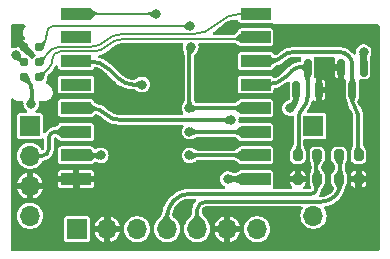
<source format=gbr>
%TF.GenerationSoftware,KiCad,Pcbnew,7.0.2*%
%TF.CreationDate,2023-06-20T09:38:12+02:00*%
%TF.ProjectId,esp-lvl,6573702d-6c76-46c2-9e6b-696361645f70,2.0.0*%
%TF.SameCoordinates,Original*%
%TF.FileFunction,Copper,L1,Top*%
%TF.FilePolarity,Positive*%
%FSLAX46Y46*%
G04 Gerber Fmt 4.6, Leading zero omitted, Abs format (unit mm)*
G04 Created by KiCad (PCBNEW 7.0.2) date 2023-06-20 09:38:12*
%MOMM*%
%LPD*%
G01*
G04 APERTURE LIST*
G04 Aperture macros list*
%AMRoundRect*
0 Rectangle with rounded corners*
0 $1 Rounding radius*
0 $2 $3 $4 $5 $6 $7 $8 $9 X,Y pos of 4 corners*
0 Add a 4 corners polygon primitive as box body*
4,1,4,$2,$3,$4,$5,$6,$7,$8,$9,$2,$3,0*
0 Add four circle primitives for the rounded corners*
1,1,$1+$1,$2,$3*
1,1,$1+$1,$4,$5*
1,1,$1+$1,$6,$7*
1,1,$1+$1,$8,$9*
0 Add four rect primitives between the rounded corners*
20,1,$1+$1,$2,$3,$4,$5,0*
20,1,$1+$1,$4,$5,$6,$7,0*
20,1,$1+$1,$6,$7,$8,$9,0*
20,1,$1+$1,$8,$9,$2,$3,0*%
G04 Aperture macros list end*
%TA.AperFunction,SMDPad,CuDef*%
%ADD10RoundRect,0.150000X0.150000X-0.587500X0.150000X0.587500X-0.150000X0.587500X-0.150000X-0.587500X0*%
%TD*%
%TA.AperFunction,ComponentPad*%
%ADD11R,1.700000X1.700000*%
%TD*%
%TA.AperFunction,ComponentPad*%
%ADD12O,1.700000X1.700000*%
%TD*%
%TA.AperFunction,SMDPad,CuDef*%
%ADD13RoundRect,0.200000X0.200000X0.275000X-0.200000X0.275000X-0.200000X-0.275000X0.200000X-0.275000X0*%
%TD*%
%TA.AperFunction,SMDPad,CuDef*%
%ADD14RoundRect,0.150000X-0.150000X0.587500X-0.150000X-0.587500X0.150000X-0.587500X0.150000X0.587500X0*%
%TD*%
%TA.AperFunction,SMDPad,CuDef*%
%ADD15RoundRect,0.200000X-0.200000X-0.275000X0.200000X-0.275000X0.200000X0.275000X-0.200000X0.275000X0*%
%TD*%
%TA.AperFunction,SMDPad,CuDef*%
%ADD16R,2.500000X1.000000*%
%TD*%
%TA.AperFunction,SMDPad,CuDef*%
%ADD17C,0.787400*%
%TD*%
%TA.AperFunction,ViaPad*%
%ADD18C,0.800000*%
%TD*%
%TA.AperFunction,Conductor*%
%ADD19C,0.300000*%
%TD*%
%TA.AperFunction,Conductor*%
%ADD20C,0.500000*%
%TD*%
%TA.AperFunction,Conductor*%
%ADD21C,0.200000*%
%TD*%
G04 APERTURE END LIST*
D10*
%TO.P,D1,3,C*%
%TO.N,/SDA_esp*%
X158800000Y-90362500D03*
%TO.P,D1,2,C*%
%TO.N,+3V3*%
X159750000Y-92237500D03*
%TO.P,D1,1,A*%
%TO.N,GND*%
X157850000Y-92237500D03*
%TD*%
D11*
%TO.P,J2,1,P1*%
%TO.N,/PWM_Colour*%
X159300000Y-95300000D03*
D12*
%TO.P,J2,4,P4*%
%TO.N,unconnected-(J2-P4-Pad4)*%
X159300000Y-102920000D03*
%TD*%
D13*
%TO.P,R8,2*%
%TO.N,/SCL*%
X161475000Y-97800000D03*
%TO.P,R8,1*%
%TO.N,/SCL_esp*%
X163125000Y-97800000D03*
%TD*%
D14*
%TO.P,D2,3,C*%
%TO.N,/SCL_esp*%
X162600000Y-92237500D03*
%TO.P,D2,2,C*%
%TO.N,+3V3*%
X161650000Y-90362500D03*
%TO.P,D2,1,A*%
%TO.N,GND*%
X163550000Y-90362500D03*
%TD*%
D15*
%TO.P,R6,2*%
%TO.N,/SDA*%
X159625000Y-97800000D03*
%TO.P,R6,1*%
%TO.N,/SDA_esp*%
X157975000Y-97800000D03*
%TD*%
D16*
%TO.P,U1,22,GPIO1/TXD*%
%TO.N,/TX*%
X154400000Y-85800000D03*
%TO.P,U1,21,GPIO3/RXD*%
%TO.N,/RX*%
X154400000Y-87800000D03*
%TO.P,U1,20,GPIO5*%
%TO.N,/SCL_esp*%
X154400000Y-89800000D03*
%TO.P,U1,19,GPIO4*%
%TO.N,/SDA_esp*%
X154400000Y-91800000D03*
%TO.P,U1,18,GPIO0*%
%TO.N,/GPIO0*%
X154400000Y-93800000D03*
%TO.P,U1,17,GPIO2*%
%TO.N,Net-(U1-GPIO2)*%
X154400000Y-95800000D03*
%TO.P,U1,16,GPIO15*%
%TO.N,Net-(U1-GPIO15)*%
X154400000Y-97800000D03*
%TO.P,U1,15,GND*%
%TO.N,GND*%
X154400000Y-99800000D03*
%TO.P,U1,8,VCC*%
%TO.N,+3V3*%
X139200000Y-99800000D03*
%TO.P,U1,7,GPIO13*%
%TO.N,/SENS_esp*%
X139200000Y-97800000D03*
%TO.P,U1,6,GPIO12*%
%TO.N,/PWM_Bright*%
X139200000Y-95800000D03*
%TO.P,U1,5,GPIO14*%
%TO.N,/PWM_Colour*%
X139200000Y-93800000D03*
%TO.P,U1,4,GPIO16*%
%TO.N,unconnected-(U1-GPIO16-Pad4)*%
X139200000Y-91800000D03*
%TO.P,U1,3,EN*%
%TO.N,Net-(U1-EN)*%
X139200000Y-89800000D03*
%TO.P,U1,2,ADC*%
%TO.N,unconnected-(U1-ADC-Pad2)*%
X139200000Y-87800000D03*
%TO.P,U1,1,~{RST}*%
%TO.N,/RST*%
X139200000Y-85800000D03*
%TD*%
D15*
%TO.P,R10,2*%
%TO.N,+3V3*%
X163125000Y-99800000D03*
%TO.P,R10,1*%
%TO.N,/SCL*%
X161475000Y-99800000D03*
%TD*%
D13*
%TO.P,R7,2*%
%TO.N,+3V3*%
X157975000Y-99800000D03*
%TO.P,R7,1*%
%TO.N,/SDA*%
X159625000Y-99800000D03*
%TD*%
D17*
%TO.P,J4,6,RX*%
%TO.N,/RX*%
X136100000Y-91200000D03*
%TO.P,J4,5,GND*%
%TO.N,GND*%
X134830000Y-91200000D03*
%TO.P,J4,4,TX*%
%TO.N,/TX*%
X136100000Y-89930000D03*
%TO.P,J4,3,~{RST}*%
%TO.N,/RST*%
X134830000Y-89930000D03*
%TO.P,J4,2,GPIO0*%
%TO.N,/GPIO0*%
X136100000Y-88660000D03*
%TO.P,J4,1,VCC*%
%TO.N,+3V3*%
X134830000Y-88660000D03*
%TD*%
D11*
%TO.P,J1,1,P1*%
%TO.N,unconnected-(J1-P1-Pad1)*%
X135300000Y-95300000D03*
D12*
%TO.P,J1,2,P2*%
%TO.N,/PWM_Bright*%
X135300000Y-97840000D03*
%TO.P,J1,3,P3*%
%TO.N,+3V3*%
X135300000Y-100380000D03*
%TO.P,J1,4,P4*%
%TO.N,GND*%
X135300000Y-102920000D03*
%TD*%
%TO.P,J3,7,7*%
%TO.N,GND*%
X154540000Y-104050000D03*
%TO.P,J3,6,6*%
%TO.N,+3V3*%
X152000000Y-104050000D03*
%TO.P,J3,5,P5*%
%TO.N,/SCL*%
X149460000Y-104050000D03*
%TO.P,J3,4,P4*%
%TO.N,/SDA*%
X146920000Y-104050000D03*
%TO.P,J3,3,P3*%
%TO.N,/SENS*%
X144380000Y-104050000D03*
%TO.P,J3,2,P2*%
%TO.N,+3V3*%
X141840000Y-104050000D03*
D11*
%TO.P,J3,1,P1*%
%TO.N,GND*%
X139300000Y-104050000D03*
%TD*%
D18*
%TO.N,GND*%
X152050000Y-99800000D03*
X163550000Y-89050000D03*
X157300002Y-93800000D03*
X135406000Y-93452000D03*
%TO.N,+3V3*%
X164500000Y-103700000D03*
X164500000Y-102300000D03*
X144800000Y-95800000D03*
X161500000Y-103700000D03*
X160700000Y-90300000D03*
X161500000Y-102300000D03*
X156900000Y-99700000D03*
X144800000Y-93800000D03*
X160700000Y-92300000D03*
X164300000Y-99700000D03*
X163100000Y-102300000D03*
X139300000Y-100800000D03*
X163100000Y-103700000D03*
X144800000Y-88700000D03*
X134099500Y-87743484D03*
%TO.N,/PWM_Colour*%
X152300000Y-94800000D03*
%TO.N,/SENS_esp*%
X141300000Y-97800000D03*
%TO.N,/GPIO0*%
X148800000Y-93800000D03*
X148868000Y-86848000D03*
X148914664Y-88646501D03*
%TO.N,Net-(U1-GPIO15)*%
X148800000Y-97800000D03*
%TO.N,Net-(U1-GPIO2)*%
X148800000Y-95800000D03*
%TO.N,/RST*%
X134099500Y-89332918D03*
X145975000Y-85832000D03*
%TO.N,Net-(U1-EN)*%
X144800000Y-91800000D03*
%TD*%
D19*
%TO.N,GND*%
X135425150Y-93432850D02*
X135406000Y-93452000D01*
D20*
X163550000Y-89050000D02*
X163550000Y-90300000D01*
X157850000Y-92861091D02*
X157850000Y-92300000D01*
D19*
X135137150Y-91507150D02*
X134830000Y-91200000D01*
X135444300Y-93386617D02*
X135444300Y-92248675D01*
D20*
X152050000Y-99800000D02*
X154400000Y-99800000D01*
X157575001Y-93525000D02*
X157300002Y-93800000D01*
D19*
X135444310Y-92248675D02*
G75*
G03*
X135137150Y-91507150I-1048710J-25D01*
G01*
D20*
X157575003Y-93525002D02*
G75*
G03*
X157850000Y-92861091I-663903J663902D01*
G01*
D19*
X135425145Y-93432845D02*
G75*
G03*
X135444300Y-93386617I-46245J46245D01*
G01*
D20*
%TO.N,+3V3*%
X152014644Y-105650000D02*
X142539913Y-105650000D01*
X163050000Y-102385355D02*
X163050000Y-103345405D01*
X139270710Y-99800000D02*
X141281299Y-99800000D01*
X160700000Y-90300000D02*
X160347487Y-90300000D01*
X141930000Y-103896360D02*
X141930000Y-100448700D01*
X159750000Y-92300000D02*
X160700000Y-92300000D01*
X161650000Y-90300000D02*
X160700000Y-90300000D01*
X152085355Y-105650000D02*
X160745405Y-105650000D01*
X157070710Y-99800000D02*
X158050000Y-99800000D01*
X152000000Y-105564644D02*
X152000000Y-104050000D01*
X139300000Y-100800000D02*
X139300000Y-99970710D01*
D19*
X134099500Y-87743484D02*
X134764233Y-88408217D01*
D20*
X164300000Y-99700000D02*
X164250000Y-99750000D01*
X152085355Y-105650000D02*
X152014644Y-105650000D01*
X164129289Y-99800000D02*
X163050000Y-99800000D01*
X159750000Y-92300000D02*
X159750000Y-90897487D01*
X163100000Y-102300000D02*
X163075000Y-102275000D01*
X161650000Y-90300000D02*
X161650000Y-91702512D01*
X156950000Y-99750000D02*
X156900000Y-99700000D01*
X161052512Y-92300000D02*
X160700000Y-92300000D01*
D19*
X134830000Y-88566992D02*
X134830000Y-88660000D01*
D20*
X163100000Y-102300000D02*
X163075000Y-102325000D01*
X141840000Y-104950086D02*
X141840000Y-104113639D01*
X163050000Y-99800000D02*
X163050000Y-102214644D01*
X161474996Y-92124996D02*
G75*
G03*
X161650000Y-91702512I-422496J422496D01*
G01*
X160347487Y-90299995D02*
G75*
G03*
X159925000Y-90475000I13J-597505D01*
G01*
X163075013Y-102325013D02*
G75*
G03*
X163050000Y-102385355I60387J-60387D01*
G01*
X141929999Y-100448700D02*
G75*
G03*
X141739999Y-99990001I-648699J0D01*
G01*
X142044996Y-105445004D02*
G75*
G03*
X142539913Y-105650000I494904J494904D01*
G01*
X151999982Y-105564644D02*
G75*
G03*
X152025000Y-105625000I85418J44D01*
G01*
X141740000Y-99990000D02*
G75*
G03*
X141281299Y-99800000I-458700J-458700D01*
G01*
X141885032Y-104005032D02*
G75*
G03*
X141930000Y-103896360I-108732J108632D01*
G01*
X141884988Y-104004988D02*
G75*
G03*
X141840000Y-104113639I108612J-108612D01*
G01*
X159925004Y-90475004D02*
G75*
G03*
X159750000Y-90897487I422496J-422496D01*
G01*
X139299995Y-99970710D02*
G75*
G03*
X139250000Y-99850000I-170695J10D01*
G01*
X161052512Y-92300005D02*
G75*
G03*
X161475000Y-92125000I-12J597505D01*
G01*
X160745405Y-105650002D02*
G75*
G03*
X162375000Y-104975000I-5J2304602D01*
G01*
X156949997Y-99750003D02*
G75*
G03*
X157070710Y-99800000I120703J120703D01*
G01*
X164129289Y-99799995D02*
G75*
G03*
X164250000Y-99750000I11J170695D01*
G01*
X163049982Y-102214644D02*
G75*
G03*
X163075000Y-102275000I85418J44D01*
G01*
X139270710Y-99800026D02*
G75*
G03*
X139250000Y-99850000I-10J-29274D01*
G01*
X152014644Y-105650107D02*
G75*
G03*
X152024999Y-105625001I-44J14707D01*
G01*
X141840006Y-104950086D02*
G75*
G03*
X142045000Y-105445000I699894J-14D01*
G01*
D19*
X134830017Y-88566992D02*
G75*
G03*
X134764232Y-88408218I-224517J-8D01*
G01*
D20*
X152025013Y-105624987D02*
G75*
G03*
X152085355Y-105650000I60387J60387D01*
G01*
X162374998Y-104974998D02*
G75*
G03*
X163050000Y-103345405I-1629598J1629598D01*
G01*
D19*
%TO.N,/SDA_esp*%
X158800000Y-92869669D02*
X158800000Y-90300000D01*
X158050000Y-94680330D02*
X158050000Y-97800000D01*
X155350000Y-91800000D02*
X154400000Y-91800000D01*
X156971751Y-91128248D02*
X157446446Y-90653553D01*
X158800000Y-90300000D02*
X158300000Y-90300000D01*
X158424991Y-93774991D02*
G75*
G03*
X158050000Y-94680330I905309J-905309D01*
G01*
X158425009Y-93775009D02*
G75*
G03*
X158800000Y-92869669I-905309J905309D01*
G01*
X158300000Y-90299998D02*
G75*
G03*
X157446446Y-90653553I0J-1207102D01*
G01*
X155350000Y-91800000D02*
G75*
G03*
X156971751Y-91128248I0J2293500D01*
G01*
%TO.N,/SCL_esp*%
X162600000Y-93231801D02*
X162600000Y-92300000D01*
X163050000Y-94318198D02*
X163050000Y-97800000D01*
X157580330Y-89050000D02*
X161490380Y-89050000D01*
X162600000Y-92300000D02*
X162600000Y-90159619D01*
X155769669Y-89800000D02*
X154400000Y-89800000D01*
X155769669Y-89799987D02*
G75*
G03*
X156675000Y-89425000I31J1280287D01*
G01*
X162275006Y-89374994D02*
G75*
G03*
X161490380Y-89050000I-784606J-784606D01*
G01*
X162599991Y-90159619D02*
G75*
G03*
X162274999Y-89375001I-1109591J19D01*
G01*
X163050000Y-94318198D02*
G75*
G03*
X162824999Y-93775001I-768200J-2D01*
G01*
X157580330Y-89050013D02*
G75*
G03*
X156675000Y-89425000I-30J-1280287D01*
G01*
X162600000Y-93231801D02*
G75*
G03*
X162825001Y-93774999I768200J1D01*
G01*
%TO.N,/PWM_Bright*%
X136900000Y-96312132D02*
X136900000Y-97259583D01*
X137412132Y-95800000D02*
X139200000Y-95800000D01*
X136319583Y-97840000D02*
X135300000Y-97840000D01*
X137412132Y-95800014D02*
G75*
G03*
X137050001Y-95950001I-32J-512086D01*
G01*
X137049991Y-95949991D02*
G75*
G03*
X136900000Y-96312132I362109J-362109D01*
G01*
X136319583Y-97839993D02*
G75*
G03*
X136730000Y-97670000I17J580393D01*
G01*
X136730005Y-97670005D02*
G75*
G03*
X136900000Y-97259583I-410405J410405D01*
G01*
%TO.N,/SCL*%
X150176984Y-101720000D02*
X159979461Y-101720000D01*
X149460000Y-102436984D02*
X149460000Y-104050000D01*
X161550000Y-99800000D02*
X161550000Y-97800000D01*
X161550000Y-99800000D02*
X161550000Y-100300000D01*
X161196446Y-101153553D02*
X161089999Y-101259999D01*
X159979461Y-101719982D02*
G75*
G03*
X161089998Y-101259998I39J1570482D01*
G01*
X150176984Y-101719994D02*
G75*
G03*
X149670000Y-101930000I16J-717006D01*
G01*
X149670004Y-101930004D02*
G75*
G03*
X149460000Y-102436984I506996J-506996D01*
G01*
X161196445Y-101153552D02*
G75*
G03*
X161550000Y-100300000I-853545J853552D01*
G01*
%TO.N,/SDA*%
X146920000Y-102979030D02*
X146920000Y-104050000D01*
X159550000Y-99800000D02*
X159550000Y-100623223D01*
X159550000Y-99800000D02*
X159550000Y-97800000D01*
X159123223Y-101050000D02*
X148849030Y-101050000D01*
X159424993Y-100924993D02*
G75*
G03*
X159550000Y-100623223I-301793J301793D01*
G01*
X159123223Y-101050009D02*
G75*
G03*
X159425000Y-100925000I-23J426809D01*
G01*
X148849030Y-101050013D02*
G75*
G03*
X147485000Y-101615000I-30J-1928987D01*
G01*
X147484991Y-101614991D02*
G75*
G03*
X146920000Y-102979030I1364009J-1364009D01*
G01*
%TO.N,/PWM_Colour*%
X140492893Y-93800000D02*
X139200000Y-93800000D01*
X152300000Y-94800000D02*
X142907106Y-94800000D01*
X141699998Y-94300002D02*
G75*
G03*
X142907106Y-94800000I1207102J1207102D01*
G01*
X141700002Y-94299998D02*
G75*
G03*
X140492893Y-93800000I-1207102J-1207102D01*
G01*
%TO.N,/SENS_esp*%
X141300000Y-97800000D02*
X139200000Y-97800000D01*
D21*
%TO.N,/GPIO0*%
X148864585Y-86850000D02*
X137297487Y-86850000D01*
X148868000Y-86848000D02*
X148867000Y-86849000D01*
D19*
X148800000Y-93800000D02*
X154400000Y-93800000D01*
X148857332Y-88703833D02*
X148914664Y-88646501D01*
X148800000Y-93800000D02*
X148800000Y-88842244D01*
D21*
X136700000Y-87447487D02*
X136700000Y-87635735D01*
X136400000Y-88360000D02*
X136100000Y-88660000D01*
X136875004Y-87025004D02*
G75*
G03*
X136700000Y-87447487I422496J-422496D01*
G01*
X148864585Y-86849994D02*
G75*
G03*
X148867000Y-86849000I15J3394D01*
G01*
D19*
X148857319Y-88703820D02*
G75*
G03*
X148800000Y-88842244I138381J-138380D01*
G01*
D21*
X137297487Y-86849995D02*
G75*
G03*
X136875000Y-87025000I13J-597505D01*
G01*
X136399989Y-88359989D02*
G75*
G03*
X136700000Y-87635735I-724289J724289D01*
G01*
D19*
%TO.N,Net-(U1-GPIO15)*%
X148800000Y-97800000D02*
X154400000Y-97800000D01*
%TO.N,Net-(U1-GPIO2)*%
X148800000Y-95800000D02*
X154400000Y-95800000D01*
D21*
%TO.N,/RST*%
X134099500Y-89332918D02*
X134649411Y-89882829D01*
X134763291Y-89930000D02*
X134830000Y-89930000D01*
X145959000Y-85816000D02*
X145975000Y-85832000D01*
X145920372Y-85800000D02*
X139200000Y-85800000D01*
X134649405Y-89882835D02*
G75*
G03*
X134763291Y-89930000I113895J113935D01*
G01*
X145959008Y-85815992D02*
G75*
G03*
X145920372Y-85800000I-38608J-38608D01*
G01*
%TO.N,/TX*%
X153200000Y-85800000D02*
X154400000Y-85800000D01*
X140471938Y-88600499D02*
X137734619Y-88600499D01*
X143014102Y-87547500D02*
X149016830Y-87547500D01*
X136100000Y-89918510D02*
X136100000Y-89930000D01*
X151126250Y-86673750D02*
X151151471Y-86648528D01*
X136108124Y-89898895D02*
X137174519Y-88832500D01*
X140471938Y-88600520D02*
G75*
G03*
X141743020Y-88073999I-38J1797620D01*
G01*
X153200000Y-85800013D02*
G75*
G03*
X151151472Y-86648529I0J-2897087D01*
G01*
X143014102Y-87547507D02*
G75*
G03*
X141743020Y-88073999I-2J-1797593D01*
G01*
X137734619Y-88600513D02*
G75*
G03*
X137174519Y-88832500I-19J-792087D01*
G01*
X136108128Y-89898899D02*
G75*
G03*
X136100000Y-89918510I19572J-19601D01*
G01*
X149016830Y-87547512D02*
G75*
G03*
X151126249Y-86673749I-30J2983212D01*
G01*
%TO.N,/RX*%
X137846219Y-89000000D02*
X140637417Y-89000000D01*
X154149053Y-87947001D02*
X143179581Y-87947001D01*
X154326499Y-87873500D02*
X154400000Y-87800000D01*
X137184000Y-89752000D02*
X137184000Y-89662276D01*
X136926613Y-90373386D02*
X136100000Y-91200000D01*
X136926619Y-90373392D02*
G75*
G03*
X137184000Y-89752000I-621419J621392D01*
G01*
X143179581Y-87946993D02*
G75*
G03*
X141908499Y-88473500I19J-1797607D01*
G01*
X154149053Y-87947022D02*
G75*
G03*
X154326499Y-87873500I-53J251022D01*
G01*
X137378004Y-89194004D02*
G75*
G03*
X137184000Y-89662276I468196J-468296D01*
G01*
X140637417Y-89000006D02*
G75*
G03*
X141908499Y-88473500I-17J1797606D01*
G01*
X137846219Y-89000007D02*
G75*
G03*
X137378000Y-89194000I-19J-661993D01*
G01*
D19*
%TO.N,Net-(U1-EN)*%
X144800000Y-91800000D02*
X144050000Y-91800000D01*
X140250000Y-89800000D02*
X139200000Y-89800000D01*
X142042462Y-90542462D02*
X142769669Y-91269669D01*
X142769661Y-91269677D02*
G75*
G03*
X144050000Y-91800000I1280339J1280377D01*
G01*
X142042457Y-90542467D02*
G75*
G03*
X140250000Y-89800000I-1792457J-1792433D01*
G01*
%TD*%
%TA.AperFunction,Conductor*%
%TO.N,GND*%
G36*
X135591505Y-92743045D02*
G01*
X135594914Y-92750669D01*
X135602350Y-92884599D01*
X135625700Y-92985271D01*
X135663064Y-93069188D01*
X135663152Y-93069385D01*
X135663251Y-93069572D01*
X135713358Y-93164414D01*
X135713633Y-93164970D01*
X135770452Y-93287895D01*
X135770813Y-93296843D01*
X135764741Y-93303424D01*
X135764334Y-93303603D01*
X135410502Y-93451123D01*
X135401548Y-93451144D01*
X135401498Y-93451123D01*
X135048227Y-93303837D01*
X135041909Y-93297490D01*
X135041930Y-93288536D01*
X135042360Y-93287618D01*
X135106478Y-93164970D01*
X135108086Y-93161892D01*
X135109068Y-93160331D01*
X135178120Y-93067832D01*
X135237475Y-92987589D01*
X135278796Y-92888723D01*
X135293209Y-92750107D01*
X135297473Y-92742234D01*
X135304846Y-92739618D01*
X135583232Y-92739618D01*
X135591505Y-92743045D01*
G37*
%TD.AperFunction*%
%TD*%
%TA.AperFunction,Conductor*%
%TO.N,/SDA*%
G36*
X159700726Y-98928427D02*
G01*
X159703111Y-98931875D01*
X159758859Y-99055059D01*
X159817718Y-99170118D01*
X159876578Y-99270178D01*
X159876697Y-99270351D01*
X159876706Y-99270364D01*
X159935281Y-99355012D01*
X159935437Y-99355237D01*
X159935611Y-99355444D01*
X159935614Y-99355448D01*
X159987455Y-99417153D01*
X159990153Y-99425692D01*
X159986841Y-99432881D01*
X159632918Y-99792943D01*
X159624675Y-99796441D01*
X159616670Y-99793368D01*
X159246339Y-99454066D01*
X159242554Y-99445950D01*
X159243485Y-99440839D01*
X159272179Y-99373770D01*
X159304134Y-99284077D01*
X159336089Y-99179385D01*
X159336145Y-99179181D01*
X159368044Y-99059692D01*
X159368084Y-99059530D01*
X159397865Y-98933999D01*
X159403109Y-98926740D01*
X159409249Y-98925000D01*
X159692453Y-98925000D01*
X159700726Y-98928427D01*
G37*
%TD.AperFunction*%
%TD*%
%TA.AperFunction,Conductor*%
%TO.N,/SDA_esp*%
G36*
X158804773Y-90379499D02*
G01*
X158810682Y-90385408D01*
X159086422Y-91002570D01*
X159086668Y-91011522D01*
X159086378Y-91012215D01*
X159060865Y-91067922D01*
X159060820Y-91068034D01*
X159060807Y-91068065D01*
X159033149Y-91137441D01*
X159005432Y-91215961D01*
X159005378Y-91216129D01*
X158977716Y-91303480D01*
X158977665Y-91303650D01*
X158952432Y-91391529D01*
X158946854Y-91398535D01*
X158941186Y-91400000D01*
X158658813Y-91400000D01*
X158650540Y-91396573D01*
X158647567Y-91391529D01*
X158622283Y-91303480D01*
X158622242Y-91303347D01*
X158594567Y-91215961D01*
X158594500Y-91215766D01*
X158566889Y-91137552D01*
X158566850Y-91137441D01*
X158566801Y-91137318D01*
X158566769Y-91137233D01*
X158539184Y-91068047D01*
X158539181Y-91068041D01*
X158539134Y-91067922D01*
X158513622Y-91012215D01*
X158513622Y-91012214D01*
X158513292Y-91003265D01*
X158513577Y-91002570D01*
X158789318Y-90385407D01*
X158795821Y-90379253D01*
X158804773Y-90379499D01*
G37*
%TD.AperFunction*%
%TD*%
%TA.AperFunction,Conductor*%
%TO.N,GND*%
G36*
X135191340Y-91054027D02*
G01*
X135197657Y-91060375D01*
X135197855Y-91060891D01*
X135243506Y-91188771D01*
X135243830Y-91189838D01*
X135269941Y-91293152D01*
X135292408Y-91382774D01*
X135331028Y-91480020D01*
X135380377Y-91563731D01*
X135400122Y-91597223D01*
X135401371Y-91606090D01*
X135396543Y-91612893D01*
X135164913Y-91767667D01*
X135156131Y-91769414D01*
X135149543Y-91765569D01*
X135074221Y-91678007D01*
X134995198Y-91634747D01*
X134909637Y-91618250D01*
X134909639Y-91618250D01*
X134909518Y-91618227D01*
X134909417Y-91618212D01*
X134909400Y-91618209D01*
X134808337Y-91603155D01*
X134806631Y-91602769D01*
X134691616Y-91567496D01*
X134684711Y-91561794D01*
X134683860Y-91552880D01*
X134684221Y-91551871D01*
X134827588Y-91203677D01*
X134833906Y-91197334D01*
X135182386Y-91054004D01*
X135191340Y-91054027D01*
G37*
%TD.AperFunction*%
%TD*%
%TA.AperFunction,Conductor*%
%TO.N,/GPIO0*%
G36*
X136479953Y-88109967D02*
G01*
X136561332Y-88164343D01*
X136628941Y-88209519D01*
X136633916Y-88216965D01*
X136632709Y-88224856D01*
X136564971Y-88348863D01*
X136536306Y-88453844D01*
X136526686Y-88551415D01*
X136526627Y-88551903D01*
X136511003Y-88662524D01*
X136510560Y-88664457D01*
X136467598Y-88798587D01*
X136461811Y-88805420D01*
X136452887Y-88806160D01*
X136452006Y-88805839D01*
X136103956Y-88662686D01*
X136097608Y-88656369D01*
X136097602Y-88656356D01*
X135954351Y-88308443D01*
X135954370Y-88299490D01*
X135960715Y-88293171D01*
X135962004Y-88292726D01*
X136086384Y-88257945D01*
X136088657Y-88257548D01*
X136199669Y-88249337D01*
X136294979Y-88241165D01*
X136382561Y-88202906D01*
X136464770Y-88111853D01*
X136472857Y-88108010D01*
X136479953Y-88109967D01*
G37*
%TD.AperFunction*%
%TD*%
%TA.AperFunction,Conductor*%
%TO.N,/TX*%
G36*
X136524106Y-89356481D02*
G01*
X136650681Y-89483056D01*
X136654108Y-89491329D01*
X136651597Y-89498571D01*
X136564874Y-89608601D01*
X136528970Y-89710415D01*
X136520216Y-89812159D01*
X136508613Y-89929029D01*
X136508184Y-89931209D01*
X136467422Y-90068250D01*
X136461779Y-90075202D01*
X136452872Y-90076128D01*
X136451756Y-90075734D01*
X136103804Y-89932563D01*
X136097457Y-89926246D01*
X136097436Y-89926195D01*
X135954169Y-89578009D01*
X135954190Y-89569054D01*
X135960537Y-89562737D01*
X135961412Y-89562417D01*
X136094649Y-89519917D01*
X136096330Y-89519517D01*
X136208387Y-89501426D01*
X136304965Y-89484775D01*
X136402081Y-89442896D01*
X136508414Y-89355706D01*
X136516985Y-89353111D01*
X136524106Y-89356481D01*
G37*
%TD.AperFunction*%
%TD*%
%TA.AperFunction,Conductor*%
%TO.N,/SDA*%
G36*
X159632938Y-99807170D02*
G01*
X159984259Y-100169671D01*
X159987556Y-100177997D01*
X159984218Y-100185998D01*
X159933972Y-100237330D01*
X159933962Y-100237340D01*
X159933745Y-100237563D01*
X159933558Y-100237802D01*
X159933544Y-100237818D01*
X159875456Y-100312071D01*
X159875442Y-100312089D01*
X159875300Y-100312272D01*
X159875175Y-100312463D01*
X159875162Y-100312482D01*
X159816967Y-100401808D01*
X159816958Y-100401822D01*
X159816855Y-100401981D01*
X159816758Y-100402154D01*
X159816750Y-100402168D01*
X159764131Y-100496440D01*
X159758410Y-100506690D01*
X159758345Y-100506822D01*
X159758334Y-100506844D01*
X159703247Y-100619677D01*
X159696538Y-100625608D01*
X159692485Y-100626241D01*
X159408890Y-100620233D01*
X159400691Y-100616632D01*
X159397812Y-100611470D01*
X159368072Y-100496643D01*
X159368072Y-100496642D01*
X159368015Y-100496440D01*
X159336134Y-100388174D01*
X159336110Y-100388091D01*
X159304148Y-100294389D01*
X159272186Y-100215538D01*
X159244165Y-100159430D01*
X159243535Y-100150499D01*
X159246729Y-100145577D01*
X159616104Y-99807170D01*
X159616633Y-99806685D01*
X159625047Y-99803624D01*
X159632938Y-99807170D01*
G37*
%TD.AperFunction*%
%TD*%
%TA.AperFunction,Conductor*%
%TO.N,/SDA_esp*%
G36*
X158199024Y-96928427D02*
G01*
X158202134Y-96933998D01*
X158231954Y-97059692D01*
X158231955Y-97059692D01*
X158231995Y-97059847D01*
X158263910Y-97179385D01*
X158263968Y-97179579D01*
X158291679Y-97270364D01*
X158295865Y-97284077D01*
X158327820Y-97373770D01*
X158327888Y-97373929D01*
X158327890Y-97373934D01*
X158356513Y-97440837D01*
X158356616Y-97449791D01*
X158353660Y-97454066D01*
X157983329Y-97793368D01*
X157974914Y-97796430D01*
X157967081Y-97792943D01*
X157613157Y-97432881D01*
X157609801Y-97424578D01*
X157612542Y-97417155D01*
X157664561Y-97355237D01*
X157723421Y-97270178D01*
X157782280Y-97170118D01*
X157841140Y-97055059D01*
X157896888Y-96931875D01*
X157903421Y-96925752D01*
X157907547Y-96925000D01*
X158190751Y-96925000D01*
X158199024Y-96928427D01*
G37*
%TD.AperFunction*%
%TD*%
%TA.AperFunction,Conductor*%
%TO.N,/SDA_esp*%
G36*
X158506784Y-90037551D02*
G01*
X158793106Y-90353643D01*
X158796121Y-90362076D01*
X158792290Y-90370169D01*
X158792261Y-90370195D01*
X158508282Y-90625726D01*
X158499840Y-90628713D01*
X158492151Y-90625270D01*
X158445901Y-90578663D01*
X158445896Y-90578658D01*
X158445716Y-90578477D01*
X158391433Y-90532776D01*
X158337149Y-90496075D01*
X158336830Y-90495912D01*
X158283243Y-90468566D01*
X158283238Y-90468564D01*
X158282866Y-90468374D01*
X158268177Y-90463313D01*
X158235228Y-90451962D01*
X158228522Y-90446027D01*
X158227483Y-90442730D01*
X158215991Y-90370169D01*
X158183582Y-90165547D01*
X158185673Y-90156842D01*
X158193308Y-90152163D01*
X158193907Y-90152084D01*
X158245322Y-90146705D01*
X158308991Y-90131044D01*
X158372661Y-90106383D01*
X158436330Y-90072722D01*
X158491603Y-90035686D01*
X158500383Y-90033929D01*
X158506784Y-90037551D01*
G37*
%TD.AperFunction*%
%TD*%
%TA.AperFunction,Conductor*%
%TO.N,/GPIO0*%
G36*
X148719404Y-86489317D02*
G01*
X148719868Y-86490299D01*
X148867123Y-86843498D01*
X148867144Y-86852452D01*
X148867123Y-86852502D01*
X148719856Y-87205728D01*
X148713509Y-87212046D01*
X148704555Y-87212025D01*
X148703597Y-87211574D01*
X148575810Y-87144148D01*
X148574161Y-87143092D01*
X148480699Y-87071585D01*
X148399794Y-87009653D01*
X148399793Y-87009652D01*
X148299826Y-86966316D01*
X148279481Y-86964123D01*
X148158845Y-86951125D01*
X148150986Y-86946831D01*
X148148398Y-86939492D01*
X148148398Y-86760482D01*
X148151825Y-86752209D01*
X148158814Y-86748852D01*
X148300080Y-86733298D01*
X148399936Y-86689033D01*
X148480604Y-86625964D01*
X148573933Y-86553461D01*
X148575610Y-86552377D01*
X148703586Y-86484465D01*
X148712499Y-86483615D01*
X148719404Y-86489317D01*
G37*
%TD.AperFunction*%
%TD*%
%TA.AperFunction,Conductor*%
%TO.N,/SCL_esp*%
G36*
X162749459Y-91203427D02*
G01*
X162752432Y-91208471D01*
X162777716Y-91296519D01*
X162777757Y-91296652D01*
X162805432Y-91384038D01*
X162805499Y-91384233D01*
X162833109Y-91462446D01*
X162833149Y-91462558D01*
X162833194Y-91462672D01*
X162833230Y-91462766D01*
X162860807Y-91531933D01*
X162860814Y-91531951D01*
X162860865Y-91532077D01*
X162886378Y-91587784D01*
X162886707Y-91596733D01*
X162886422Y-91597429D01*
X162610682Y-92214591D01*
X162604179Y-92220746D01*
X162595227Y-92220500D01*
X162589318Y-92214591D01*
X162313577Y-91597430D01*
X162313331Y-91588478D01*
X162313622Y-91587785D01*
X162339068Y-91532221D01*
X162339134Y-91532077D01*
X162366850Y-91462558D01*
X162394567Y-91384038D01*
X162394621Y-91383870D01*
X162422283Y-91296519D01*
X162422334Y-91296349D01*
X162447567Y-91208471D01*
X162453145Y-91201465D01*
X162458813Y-91200000D01*
X162741186Y-91200000D01*
X162749459Y-91203427D01*
G37*
%TD.AperFunction*%
%TD*%
%TA.AperFunction,Conductor*%
%TO.N,GND*%
G36*
X163908809Y-89198594D02*
G01*
X163915127Y-89204941D01*
X163915130Y-89213838D01*
X163864599Y-89336871D01*
X163864547Y-89336998D01*
X163864505Y-89337114D01*
X163864499Y-89337131D01*
X163829698Y-89434476D01*
X163829693Y-89434490D01*
X163829576Y-89434820D01*
X163829498Y-89435169D01*
X163829496Y-89435178D01*
X163810241Y-89521974D01*
X163810239Y-89521981D01*
X163810153Y-89522373D01*
X163810120Y-89522769D01*
X163810120Y-89522775D01*
X163801806Y-89625281D01*
X163801804Y-89625305D01*
X163801790Y-89625489D01*
X163801787Y-89625692D01*
X163801787Y-89625703D01*
X163800143Y-89758445D01*
X163796614Y-89766675D01*
X163788444Y-89770000D01*
X163311556Y-89770000D01*
X163303283Y-89766573D01*
X163299857Y-89758445D01*
X163299460Y-89726450D01*
X163298209Y-89625489D01*
X163289845Y-89522373D01*
X163270422Y-89434820D01*
X163235452Y-89336998D01*
X163184869Y-89213837D01*
X163184896Y-89204883D01*
X163191189Y-89198594D01*
X163545500Y-89050875D01*
X163554449Y-89050855D01*
X163908809Y-89198594D01*
G37*
%TD.AperFunction*%
%TD*%
%TA.AperFunction,Conductor*%
%TO.N,Net-(U1-GPIO15)*%
G36*
X153157412Y-97302962D02*
G01*
X153416761Y-97406619D01*
X154373818Y-97789136D01*
X154380229Y-97795388D01*
X154380340Y-97804342D01*
X154374088Y-97810753D01*
X154373818Y-97810864D01*
X153157414Y-98297036D01*
X153148460Y-98296925D01*
X153144538Y-98294176D01*
X153050189Y-98193583D01*
X153049999Y-98193380D01*
X152949999Y-98105071D01*
X152850000Y-98035071D01*
X152849669Y-98034900D01*
X152849661Y-98034895D01*
X152749996Y-97983378D01*
X152657995Y-97952668D01*
X152651233Y-97946798D01*
X152650000Y-97941570D01*
X152650000Y-97658429D01*
X152653427Y-97650156D01*
X152657994Y-97647331D01*
X152750000Y-97616619D01*
X152850000Y-97564928D01*
X152949999Y-97494928D01*
X153049999Y-97406619D01*
X153144538Y-97305822D01*
X153152697Y-97302133D01*
X153157412Y-97302962D01*
G37*
%TD.AperFunction*%
%TD*%
%TA.AperFunction,Conductor*%
%TO.N,/SDA*%
G36*
X147090307Y-102638551D02*
G01*
X147097410Y-102644002D01*
X147098945Y-102650724D01*
X147078162Y-102928936D01*
X147078162Y-102928938D01*
X147126601Y-103022649D01*
X147175041Y-103116361D01*
X147343119Y-103268104D01*
X147343288Y-103268259D01*
X147512915Y-103427941D01*
X147534547Y-103448304D01*
X147536489Y-103450686D01*
X147698102Y-103713038D01*
X147699523Y-103721880D01*
X147694277Y-103729137D01*
X147692627Y-103729980D01*
X146924230Y-104049100D01*
X146915276Y-104049109D01*
X146915253Y-104049099D01*
X146146407Y-103729583D01*
X146140082Y-103723244D01*
X146140093Y-103714289D01*
X146140477Y-103713460D01*
X146286468Y-103428849D01*
X146287552Y-103427125D01*
X146407919Y-103268269D01*
X146433136Y-103234987D01*
X146433554Y-103234468D01*
X146571154Y-103073752D01*
X146697594Y-102873751D01*
X146806236Y-102573515D01*
X146812273Y-102566903D01*
X146820262Y-102566197D01*
X147090307Y-102638551D01*
G37*
%TD.AperFunction*%
%TD*%
%TA.AperFunction,Conductor*%
%TO.N,+3V3*%
G36*
X152855229Y-86320002D02*
G01*
X152901722Y-86373658D01*
X152909756Y-86398538D01*
X152966515Y-86483484D01*
X153021092Y-86519951D01*
X153050699Y-86539734D01*
X153124933Y-86554500D01*
X155675066Y-86554499D01*
X155703300Y-86548883D01*
X155774011Y-86555211D01*
X155816974Y-86583367D01*
X155861655Y-86628048D01*
X155861657Y-86628049D01*
X155861658Y-86628050D01*
X155974696Y-86685646D01*
X156078274Y-86702051D01*
X156099999Y-86705492D01*
X156099999Y-86705491D01*
X156100000Y-86705492D01*
X156121726Y-86702050D01*
X156141437Y-86700500D01*
X164773500Y-86700500D01*
X164841621Y-86720502D01*
X164888114Y-86774158D01*
X164899500Y-86826500D01*
X164899500Y-105773500D01*
X164879498Y-105841621D01*
X164825842Y-105888114D01*
X164773500Y-105899500D01*
X133826500Y-105899500D01*
X133758379Y-105879498D01*
X133711886Y-105825842D01*
X133700500Y-105773500D01*
X133700500Y-104925068D01*
X138195500Y-104925068D01*
X138210265Y-104999300D01*
X138266515Y-105083484D01*
X138315784Y-105116404D01*
X138350699Y-105139734D01*
X138424933Y-105154500D01*
X140175066Y-105154499D01*
X140175068Y-105154499D01*
X140224555Y-105144655D01*
X140249301Y-105139734D01*
X140333484Y-105083484D01*
X140389734Y-104999301D01*
X140404500Y-104925067D01*
X140404499Y-103795999D01*
X140764450Y-103795999D01*
X140764451Y-103796000D01*
X141408884Y-103796000D01*
X141380507Y-103840156D01*
X141340000Y-103978111D01*
X141340000Y-104121889D01*
X141380507Y-104259844D01*
X141408884Y-104304000D01*
X140764451Y-104304000D01*
X140806140Y-104450522D01*
X140897337Y-104633669D01*
X141020638Y-104796945D01*
X141171844Y-104934788D01*
X141345795Y-105042493D01*
X141536580Y-105116404D01*
X141585999Y-105125642D01*
X141586000Y-105125642D01*
X141586000Y-104483674D01*
X141697685Y-104534680D01*
X141804237Y-104550000D01*
X141875763Y-104550000D01*
X141982315Y-104534680D01*
X142094000Y-104483674D01*
X142094000Y-105125642D01*
X142143419Y-105116404D01*
X142334204Y-105042493D01*
X142508155Y-104934788D01*
X142659361Y-104796945D01*
X142782662Y-104633669D01*
X142873859Y-104450522D01*
X142915549Y-104304000D01*
X142271116Y-104304000D01*
X142299493Y-104259844D01*
X142340000Y-104121889D01*
X142340000Y-104050000D01*
X143270767Y-104050000D01*
X143289654Y-104253819D01*
X143345672Y-104450702D01*
X143436910Y-104633933D01*
X143436912Y-104633935D01*
X143560268Y-104797285D01*
X143711538Y-104935186D01*
X143815086Y-104999300D01*
X143884844Y-105042493D01*
X143885573Y-105042944D01*
X144076444Y-105116888D01*
X144277653Y-105154500D01*
X144277655Y-105154500D01*
X144482345Y-105154500D01*
X144482347Y-105154500D01*
X144683556Y-105116888D01*
X144874427Y-105042944D01*
X145048462Y-104935186D01*
X145199732Y-104797285D01*
X145323088Y-104633935D01*
X145414328Y-104450701D01*
X145470345Y-104253821D01*
X145489232Y-104050000D01*
X145489232Y-104049999D01*
X145810767Y-104049999D01*
X145829654Y-104253819D01*
X145885672Y-104450702D01*
X145976910Y-104633933D01*
X145976912Y-104633935D01*
X146100268Y-104797285D01*
X146251538Y-104935186D01*
X146355086Y-104999300D01*
X146424844Y-105042493D01*
X146425573Y-105042944D01*
X146616444Y-105116888D01*
X146817653Y-105154500D01*
X146817655Y-105154500D01*
X147022345Y-105154500D01*
X147022347Y-105154500D01*
X147223556Y-105116888D01*
X147414427Y-105042944D01*
X147588462Y-104935186D01*
X147739732Y-104797285D01*
X147863088Y-104633935D01*
X147954328Y-104450701D01*
X148010345Y-104253821D01*
X148029232Y-104050000D01*
X148010345Y-103846179D01*
X147973362Y-103716197D01*
X147954329Y-103649302D01*
X147954328Y-103649299D01*
X147924232Y-103588859D01*
X147919115Y-103577048D01*
X147918111Y-103575418D01*
X147912596Y-103565490D01*
X147863089Y-103466067D01*
X147863088Y-103466066D01*
X147863088Y-103466065D01*
X147799711Y-103382141D01*
X147792986Y-103372299D01*
X147758517Y-103316344D01*
X147757432Y-103314582D01*
X147753614Y-103309211D01*
X147738828Y-103288413D01*
X147738823Y-103288407D01*
X147737617Y-103286710D01*
X147735675Y-103284328D01*
X147712418Y-103259354D01*
X147710916Y-103257940D01*
X147710905Y-103257929D01*
X147521159Y-103079309D01*
X147517088Y-103075556D01*
X147451691Y-103016515D01*
X147400902Y-102970661D01*
X147373416Y-102935006D01*
X147358787Y-102906704D01*
X147345068Y-102839464D01*
X147356136Y-102691307D01*
X147358202Y-102676146D01*
X147374831Y-102592540D01*
X147379095Y-102576629D01*
X147437890Y-102403419D01*
X147444195Y-102388200D01*
X147463667Y-102348714D01*
X147525088Y-102224161D01*
X147533319Y-102209902D01*
X147634947Y-102057803D01*
X147644974Y-102044738D01*
X147678522Y-102006484D01*
X147765512Y-101907290D01*
X147777145Y-101895657D01*
X147914750Y-101774981D01*
X147927823Y-101764951D01*
X147928293Y-101764637D01*
X148079896Y-101663339D01*
X148094162Y-101655102D01*
X148258212Y-101574203D01*
X148273424Y-101567902D01*
X148446637Y-101509106D01*
X148462547Y-101504844D01*
X148641948Y-101469161D01*
X148658262Y-101467013D01*
X148845104Y-101454769D01*
X148853338Y-101454500D01*
X148907182Y-101454501D01*
X148907185Y-101454500D01*
X149269260Y-101454500D01*
X149337381Y-101474502D01*
X149383874Y-101528158D01*
X149393978Y-101598432D01*
X149364484Y-101663012D01*
X149358367Y-101669582D01*
X149345129Y-101682820D01*
X149331904Y-101696045D01*
X149331875Y-101696082D01*
X149321569Y-101706388D01*
X149217811Y-101849199D01*
X149137669Y-102006484D01*
X149083118Y-102174363D01*
X149055501Y-102348711D01*
X149055500Y-102405145D01*
X149055500Y-102436975D01*
X149055498Y-102464648D01*
X149052124Y-102485463D01*
X149052788Y-102485547D01*
X149019901Y-102747007D01*
X149007114Y-102788562D01*
X148953098Y-102894395D01*
X148934699Y-102921211D01*
X148817595Y-103051869D01*
X148813801Y-103056196D01*
X148645716Y-103252113D01*
X148645689Y-103252145D01*
X148644675Y-103253328D01*
X148643720Y-103254563D01*
X148643695Y-103254595D01*
X148629380Y-103273128D01*
X148628387Y-103274414D01*
X148627027Y-103276375D01*
X148626183Y-103277734D01*
X148626168Y-103277759D01*
X148613840Y-103297642D01*
X148613835Y-103297651D01*
X148612985Y-103299022D01*
X148612219Y-103300410D01*
X148612188Y-103300465D01*
X148536165Y-103438428D01*
X148526365Y-103453546D01*
X148516911Y-103466065D01*
X148480306Y-103539576D01*
X148477874Y-103544216D01*
X148474687Y-103550000D01*
X148453727Y-103588040D01*
X148453677Y-103588136D01*
X148452915Y-103589586D01*
X148447231Y-103600630D01*
X148446486Y-103602151D01*
X148446673Y-103601788D01*
X148445944Y-103603384D01*
X148435006Y-103627818D01*
X148434997Y-103627814D01*
X148431982Y-103636625D01*
X148425672Y-103649297D01*
X148369654Y-103846180D01*
X148350767Y-104050000D01*
X148369654Y-104253819D01*
X148425672Y-104450702D01*
X148516910Y-104633933D01*
X148516912Y-104633935D01*
X148640268Y-104797285D01*
X148791538Y-104935186D01*
X148895086Y-104999300D01*
X148964844Y-105042493D01*
X148965573Y-105042944D01*
X149156444Y-105116888D01*
X149357653Y-105154500D01*
X149357655Y-105154500D01*
X149562345Y-105154500D01*
X149562347Y-105154500D01*
X149763556Y-105116888D01*
X149954427Y-105042944D01*
X150128462Y-104935186D01*
X150279732Y-104797285D01*
X150403088Y-104633935D01*
X150494328Y-104450701D01*
X150550345Y-104253821D01*
X150569232Y-104050000D01*
X150550345Y-103846179D01*
X150536068Y-103795999D01*
X150924450Y-103795999D01*
X150924451Y-103796000D01*
X151568884Y-103796000D01*
X151540507Y-103840156D01*
X151500000Y-103978111D01*
X151500000Y-104121889D01*
X151540507Y-104259844D01*
X151568884Y-104304000D01*
X150924451Y-104304000D01*
X150966140Y-104450522D01*
X151057337Y-104633669D01*
X151180638Y-104796945D01*
X151331844Y-104934788D01*
X151505795Y-105042493D01*
X151696580Y-105116404D01*
X151745999Y-105125642D01*
X151746000Y-105125642D01*
X151746000Y-104483674D01*
X151857685Y-104534680D01*
X151964237Y-104550000D01*
X152035763Y-104550000D01*
X152142315Y-104534680D01*
X152254000Y-104483674D01*
X152254000Y-105125642D01*
X152303419Y-105116404D01*
X152494204Y-105042493D01*
X152668155Y-104934788D01*
X152819361Y-104796945D01*
X152942662Y-104633669D01*
X153033859Y-104450522D01*
X153075549Y-104304000D01*
X152431116Y-104304000D01*
X152459493Y-104259844D01*
X152500000Y-104121889D01*
X152500000Y-104050000D01*
X153430767Y-104050000D01*
X153449654Y-104253819D01*
X153505672Y-104450702D01*
X153596910Y-104633933D01*
X153596912Y-104633935D01*
X153720268Y-104797285D01*
X153871538Y-104935186D01*
X153975086Y-104999300D01*
X154044844Y-105042493D01*
X154045573Y-105042944D01*
X154236444Y-105116888D01*
X154437653Y-105154500D01*
X154437655Y-105154500D01*
X154642345Y-105154500D01*
X154642347Y-105154500D01*
X154843556Y-105116888D01*
X155034427Y-105042944D01*
X155208462Y-104935186D01*
X155359732Y-104797285D01*
X155483088Y-104633935D01*
X155574328Y-104450701D01*
X155630345Y-104253821D01*
X155649232Y-104050000D01*
X155630345Y-103846179D01*
X155574328Y-103649299D01*
X155561171Y-103622876D01*
X155483089Y-103466066D01*
X155412279Y-103372299D01*
X155359732Y-103302715D01*
X155208462Y-103164814D01*
X155104913Y-103100699D01*
X155034428Y-103057056D01*
X154929779Y-103016515D01*
X154843556Y-102983112D01*
X154642347Y-102945500D01*
X154437653Y-102945500D01*
X154283280Y-102974357D01*
X154236444Y-102983112D01*
X154045571Y-103057056D01*
X153871539Y-103164813D01*
X153720267Y-103302716D01*
X153596910Y-103466066D01*
X153505672Y-103649297D01*
X153449654Y-103846180D01*
X153430767Y-104050000D01*
X152500000Y-104050000D01*
X152500000Y-103978111D01*
X152459493Y-103840156D01*
X152431116Y-103796000D01*
X153075549Y-103796000D01*
X153075549Y-103795999D01*
X153033859Y-103649477D01*
X152942662Y-103466330D01*
X152819361Y-103303054D01*
X152668155Y-103165211D01*
X152494204Y-103057506D01*
X152303422Y-102983596D01*
X152254000Y-102974357D01*
X152254000Y-103616325D01*
X152142315Y-103565320D01*
X152035763Y-103550000D01*
X151964237Y-103550000D01*
X151857685Y-103565320D01*
X151746000Y-103616325D01*
X151746000Y-102974357D01*
X151696577Y-102983596D01*
X151505795Y-103057506D01*
X151331844Y-103165211D01*
X151180638Y-103303054D01*
X151057337Y-103466330D01*
X150966140Y-103649477D01*
X150924450Y-103795999D01*
X150536068Y-103795999D01*
X150494328Y-103649299D01*
X150474923Y-103610330D01*
X150467620Y-103592289D01*
X150466272Y-103588040D01*
X150442123Y-103544216D01*
X150439699Y-103539591D01*
X150403088Y-103466064D01*
X150393629Y-103453539D01*
X150383826Y-103438420D01*
X150307016Y-103299027D01*
X150292971Y-103276375D01*
X150291604Y-103274404D01*
X150290618Y-103273128D01*
X150279978Y-103259354D01*
X150275319Y-103253322D01*
X150104543Y-103054288D01*
X150102042Y-103051460D01*
X149989716Y-102926141D01*
X149985295Y-102921208D01*
X149966898Y-102894394D01*
X149912882Y-102788559D01*
X149900097Y-102747010D01*
X149868758Y-102497854D01*
X149868757Y-102497852D01*
X149867457Y-102487512D01*
X149867756Y-102487474D01*
X149864500Y-102465183D01*
X149864500Y-102445252D01*
X149865578Y-102428805D01*
X149867246Y-102416135D01*
X149872984Y-102372554D01*
X149881495Y-102340793D01*
X149900022Y-102296066D01*
X149916459Y-102267596D01*
X149945950Y-102229163D01*
X149969203Y-102205912D01*
X149979309Y-102198158D01*
X150007584Y-102176461D01*
X150036069Y-102160016D01*
X150080789Y-102141492D01*
X150112557Y-102132978D01*
X150155933Y-102127266D01*
X150168761Y-102125578D01*
X150185209Y-102124500D01*
X158263636Y-102124500D01*
X158331757Y-102144502D01*
X158378250Y-102198158D01*
X158388354Y-102268432D01*
X158364187Y-102326431D01*
X158356910Y-102336066D01*
X158265672Y-102519297D01*
X158209654Y-102716180D01*
X158190767Y-102919999D01*
X158209654Y-103123819D01*
X158265672Y-103320702D01*
X158356910Y-103503933D01*
X158403268Y-103565320D01*
X158480268Y-103667285D01*
X158631538Y-103805186D01*
X158805573Y-103912944D01*
X158996444Y-103986888D01*
X159197653Y-104024500D01*
X159197655Y-104024500D01*
X159402345Y-104024500D01*
X159402347Y-104024500D01*
X159603556Y-103986888D01*
X159794427Y-103912944D01*
X159968462Y-103805186D01*
X160119732Y-103667285D01*
X160243088Y-103503935D01*
X160334328Y-103320701D01*
X160390345Y-103123821D01*
X160409232Y-102920000D01*
X160390345Y-102716179D01*
X160334328Y-102519299D01*
X160318481Y-102487474D01*
X160243089Y-102336066D01*
X160217071Y-102301613D01*
X160191981Y-102235198D01*
X160206781Y-102165761D01*
X160256771Y-102115348D01*
X160303518Y-102100473D01*
X160304447Y-102100368D01*
X160310805Y-102099652D01*
X160527076Y-102050294D01*
X160736461Y-101977030D01*
X160936326Y-101880783D01*
X161124158Y-101762762D01*
X161297594Y-101624453D01*
X161339114Y-101582930D01*
X161339122Y-101582926D01*
X161434862Y-101487186D01*
X161434868Y-101487178D01*
X161454495Y-101467553D01*
X161455036Y-101467012D01*
X161519377Y-101402674D01*
X161519389Y-101402686D01*
X161519438Y-101402607D01*
X161557161Y-101364886D01*
X161685769Y-101197282D01*
X161791400Y-101014325D01*
X161872246Y-100819146D01*
X161881147Y-100785921D01*
X161891415Y-100760409D01*
X161891947Y-100758728D01*
X161891951Y-100758722D01*
X161929964Y-100638762D01*
X161931339Y-100634671D01*
X161970248Y-100525284D01*
X161972146Y-100520291D01*
X162008829Y-100429740D01*
X162011572Y-100423470D01*
X162044978Y-100352456D01*
X162049091Y-100344469D01*
X162050140Y-100342599D01*
X162070871Y-100305639D01*
X162079387Y-100292458D01*
X162081369Y-100289773D01*
X162089635Y-100266147D01*
X162091176Y-100261984D01*
X162107671Y-100219781D01*
X162108004Y-100218385D01*
X162108179Y-100218385D01*
X162109825Y-100211955D01*
X162108521Y-100216690D01*
X162108179Y-100218385D01*
X162108004Y-100218385D01*
X162109156Y-100213550D01*
X162108886Y-100214883D01*
X162109925Y-100211562D01*
X162113168Y-100198896D01*
X162126621Y-100160451D01*
X162129500Y-100129749D01*
X162129500Y-100054000D01*
X162471000Y-100054000D01*
X162471000Y-100126752D01*
X162471273Y-100132603D01*
X162473876Y-100160358D01*
X162519077Y-100289535D01*
X162600347Y-100399652D01*
X162710464Y-100480922D01*
X162839641Y-100526123D01*
X162867396Y-100528726D01*
X162871000Y-100528894D01*
X162871000Y-100054000D01*
X163379000Y-100054000D01*
X163379000Y-100528894D01*
X163382603Y-100528726D01*
X163410358Y-100526123D01*
X163539535Y-100480922D01*
X163649652Y-100399652D01*
X163730922Y-100289535D01*
X163776123Y-100160358D01*
X163778726Y-100132603D01*
X163779000Y-100126752D01*
X163779000Y-100054000D01*
X163379000Y-100054000D01*
X162871000Y-100054000D01*
X162471000Y-100054000D01*
X162129500Y-100054000D01*
X162129499Y-99546000D01*
X162471000Y-99546000D01*
X162871000Y-99546000D01*
X162871000Y-99071105D01*
X163379000Y-99071105D01*
X163379000Y-99546000D01*
X163779000Y-99546000D01*
X163779000Y-99473247D01*
X163778726Y-99467396D01*
X163776123Y-99439641D01*
X163730922Y-99310464D01*
X163649652Y-99200347D01*
X163539535Y-99119077D01*
X163410358Y-99073876D01*
X163382603Y-99071273D01*
X163379000Y-99071105D01*
X162871000Y-99071105D01*
X162867396Y-99071273D01*
X162839641Y-99073876D01*
X162710464Y-99119077D01*
X162600347Y-99200347D01*
X162519077Y-99310464D01*
X162473876Y-99439641D01*
X162471273Y-99467396D01*
X162471000Y-99473247D01*
X162471000Y-99546000D01*
X162129499Y-99546000D01*
X162129499Y-99470252D01*
X162126621Y-99439549D01*
X162103453Y-99373339D01*
X162099097Y-99357738D01*
X162095095Y-99338765D01*
X162071106Y-99282694D01*
X162068258Y-99275421D01*
X162043291Y-99205342D01*
X162041480Y-99199864D01*
X162014089Y-99110127D01*
X162012871Y-99105867D01*
X162006845Y-99083297D01*
X161998280Y-99051213D01*
X161984058Y-98997942D01*
X161983197Y-98994527D01*
X161957903Y-98887911D01*
X161954500Y-98858826D01*
X161954500Y-98741180D01*
X161957902Y-98712096D01*
X161983219Y-98605377D01*
X161984061Y-98602044D01*
X161996216Y-98556516D01*
X162012878Y-98494105D01*
X162014084Y-98489885D01*
X162041484Y-98400120D01*
X162043282Y-98394679D01*
X162068264Y-98324555D01*
X162071091Y-98317337D01*
X162095095Y-98261234D01*
X162111806Y-98205697D01*
X162112250Y-98203256D01*
X162115493Y-98192250D01*
X162126621Y-98160452D01*
X162129224Y-98132688D01*
X162129500Y-98129749D01*
X162129499Y-97470252D01*
X162126621Y-97439549D01*
X162081369Y-97310227D01*
X162017816Y-97224116D01*
X162000010Y-97199989D01*
X161889771Y-97118629D01*
X161760453Y-97073379D01*
X161732685Y-97070775D01*
X161732678Y-97070774D01*
X161729749Y-97070500D01*
X161726795Y-97070500D01*
X161223188Y-97070500D01*
X161223166Y-97070500D01*
X161220252Y-97070501D01*
X161217328Y-97070775D01*
X161217329Y-97070775D01*
X161189547Y-97073379D01*
X161060228Y-97118630D01*
X160949989Y-97199989D01*
X160868629Y-97310228D01*
X160823379Y-97439546D01*
X160823379Y-97439548D01*
X160823379Y-97439549D01*
X160820500Y-97470251D01*
X160820500Y-97473203D01*
X160820500Y-97473204D01*
X160820500Y-98126811D01*
X160820500Y-98126832D01*
X160820501Y-98129748D01*
X160820775Y-98132670D01*
X160823379Y-98160452D01*
X160868629Y-98289771D01*
X160953363Y-98404580D01*
X160975053Y-98426940D01*
X161001956Y-98465817D01*
X161006943Y-98473623D01*
X161019006Y-98494130D01*
X161052847Y-98551658D01*
X161056412Y-98558147D01*
X161105916Y-98654918D01*
X161108523Y-98660332D01*
X161134291Y-98717269D01*
X161145500Y-98769220D01*
X161145500Y-98830778D01*
X161134292Y-98882728D01*
X161108525Y-98939664D01*
X161105906Y-98945100D01*
X161056425Y-99041822D01*
X161052856Y-99048320D01*
X161006945Y-99126370D01*
X161001952Y-99134185D01*
X160975049Y-99173062D01*
X160953358Y-99195426D01*
X160868629Y-99310228D01*
X160823379Y-99439546D01*
X160823379Y-99439548D01*
X160823379Y-99439549D01*
X160820500Y-99470251D01*
X160820500Y-99473203D01*
X160820500Y-99473204D01*
X160820500Y-100126811D01*
X160820500Y-100126832D01*
X160820501Y-100129748D01*
X160820775Y-100132670D01*
X160823379Y-100160452D01*
X160826775Y-100170156D01*
X160844139Y-100219781D01*
X160845704Y-100224252D01*
X160846325Y-100226811D01*
X160852018Y-100243099D01*
X160853758Y-100248462D01*
X160855121Y-100253007D01*
X160857738Y-100258644D01*
X160868630Y-100289772D01*
X160949467Y-100399301D01*
X160949990Y-100400010D01*
X160951989Y-100401485D01*
X160985522Y-100438556D01*
X161019926Y-100496521D01*
X161023890Y-100503725D01*
X161038566Y-100532597D01*
X161052062Y-100559149D01*
X161065098Y-100628939D01*
X161047172Y-100682077D01*
X160997397Y-100763302D01*
X160985775Y-100779297D01*
X160913625Y-100863774D01*
X160906911Y-100871038D01*
X160869298Y-100908651D01*
X160869297Y-100908652D01*
X160853923Y-100924026D01*
X160853903Y-100924043D01*
X160807476Y-100970471D01*
X160800211Y-100977187D01*
X160672384Y-101086361D01*
X160656387Y-101097984D01*
X160517287Y-101183222D01*
X160499671Y-101192197D01*
X160348955Y-101254624D01*
X160330150Y-101260734D01*
X160171521Y-101298814D01*
X160151993Y-101301907D01*
X159984183Y-101315111D01*
X159974295Y-101315499D01*
X159903678Y-101315497D01*
X159903658Y-101315500D01*
X159895048Y-101315500D01*
X159826927Y-101295498D01*
X159780434Y-101241842D01*
X159770330Y-101171568D01*
X159793113Y-101115438D01*
X159834183Y-101058911D01*
X159834185Y-101058908D01*
X159893588Y-100942329D01*
X159934024Y-100817894D01*
X159949700Y-100718939D01*
X159960918Y-100683385D01*
X159986982Y-100630000D01*
X159990152Y-100623935D01*
X160037030Y-100539951D01*
X160041458Y-100532616D01*
X160083642Y-100467867D01*
X160089944Y-100459051D01*
X160106587Y-100437777D01*
X160131006Y-100414035D01*
X160139274Y-100407933D01*
X160150010Y-100400010D01*
X160231369Y-100289773D01*
X160231453Y-100289535D01*
X160276620Y-100160453D01*
X160276621Y-100160451D01*
X160279500Y-100129749D01*
X160279499Y-99470252D01*
X160276621Y-99439549D01*
X160231369Y-99310227D01*
X160153960Y-99205342D01*
X160146640Y-99195423D01*
X160124943Y-99173056D01*
X160124742Y-99172766D01*
X160117762Y-99162678D01*
X160098042Y-99134179D01*
X160093052Y-99126369D01*
X160047142Y-99048324D01*
X160043570Y-99041821D01*
X159994087Y-98945090D01*
X159991470Y-98939656D01*
X159965708Y-98882730D01*
X159954500Y-98830781D01*
X159954500Y-98769215D01*
X159965707Y-98717269D01*
X159991481Y-98660314D01*
X159994061Y-98654958D01*
X160043595Y-98558127D01*
X160047128Y-98551696D01*
X160093067Y-98473601D01*
X160098029Y-98465835D01*
X160124940Y-98426944D01*
X160146642Y-98404572D01*
X160150007Y-98400011D01*
X160150010Y-98400010D01*
X160231369Y-98289773D01*
X160242539Y-98257853D01*
X160276620Y-98160453D01*
X160276621Y-98160451D01*
X160279500Y-98129749D01*
X160279499Y-97470252D01*
X160276621Y-97439549D01*
X160231369Y-97310227D01*
X160167816Y-97224116D01*
X160150010Y-97199989D01*
X160039771Y-97118629D01*
X159910453Y-97073379D01*
X159882685Y-97070775D01*
X159882678Y-97070774D01*
X159879749Y-97070500D01*
X159876795Y-97070500D01*
X159373188Y-97070500D01*
X159373166Y-97070500D01*
X159370252Y-97070501D01*
X159367328Y-97070775D01*
X159367329Y-97070775D01*
X159339547Y-97073379D01*
X159210228Y-97118630D01*
X159099989Y-97199989D01*
X159018629Y-97310228D01*
X158973379Y-97439546D01*
X158973379Y-97439548D01*
X158973379Y-97439549D01*
X158970500Y-97470251D01*
X158970500Y-97473203D01*
X158970500Y-97473204D01*
X158970500Y-98126811D01*
X158970500Y-98126832D01*
X158970501Y-98129748D01*
X158970775Y-98132670D01*
X158973379Y-98160451D01*
X158996540Y-98226644D01*
X159000895Y-98242242D01*
X159004901Y-98261229D01*
X159004902Y-98261233D01*
X159004903Y-98261234D01*
X159028903Y-98317332D01*
X159031745Y-98324590D01*
X159056700Y-98394635D01*
X159058519Y-98400138D01*
X159085901Y-98489846D01*
X159087126Y-98494130D01*
X159115937Y-98602047D01*
X159116798Y-98605460D01*
X159142097Y-98712091D01*
X159145500Y-98741178D01*
X159145500Y-98858822D01*
X159142096Y-98887910D01*
X159116795Y-98994545D01*
X159115935Y-98997957D01*
X159087126Y-99105867D01*
X159085901Y-99110151D01*
X159058525Y-99199840D01*
X159056707Y-99205341D01*
X159031741Y-99275419D01*
X159028892Y-99282694D01*
X159015672Y-99313596D01*
X159004903Y-99338767D01*
X159003889Y-99342135D01*
X159003888Y-99342140D01*
X158989201Y-99390959D01*
X158989198Y-99390969D01*
X158988186Y-99394335D01*
X158987746Y-99396747D01*
X158984515Y-99407721D01*
X158973380Y-99439547D01*
X158973379Y-99439549D01*
X158970500Y-99470251D01*
X158970500Y-99473203D01*
X158970500Y-99473204D01*
X158970500Y-100126811D01*
X158970500Y-100126832D01*
X158970501Y-100129748D01*
X158973379Y-100160451D01*
X159000235Y-100237201D01*
X159004895Y-100250519D01*
X159007505Y-100258905D01*
X159012007Y-100275374D01*
X159013743Y-100278850D01*
X159019544Y-100292575D01*
X159025252Y-100301896D01*
X159033301Y-100318012D01*
X159037340Y-100326957D01*
X159059578Y-100381817D01*
X159062052Y-100388454D01*
X159087873Y-100464153D01*
X159089484Y-100469222D01*
X159093806Y-100483892D01*
X159093870Y-100554888D01*
X159055541Y-100614649D01*
X158990987Y-100644201D01*
X158972942Y-100645500D01*
X158549452Y-100645500D01*
X158481331Y-100625498D01*
X158434838Y-100571842D01*
X158424734Y-100501568D01*
X158454228Y-100436988D01*
X158474631Y-100418121D01*
X158499651Y-100399655D01*
X158580922Y-100289535D01*
X158626123Y-100160358D01*
X158628726Y-100132603D01*
X158629000Y-100126752D01*
X158629000Y-100054000D01*
X157321000Y-100054000D01*
X157321000Y-100126752D01*
X157321273Y-100132603D01*
X157323876Y-100160358D01*
X157369077Y-100289535D01*
X157450348Y-100399655D01*
X157475369Y-100418121D01*
X157518302Y-100474666D01*
X157523848Y-100545445D01*
X157490247Y-100607988D01*
X157428168Y-100642436D01*
X157400548Y-100645500D01*
X155960958Y-100645500D01*
X155892837Y-100625498D01*
X155846344Y-100571842D01*
X155836240Y-100501568D01*
X155856193Y-100449498D01*
X155869377Y-100429767D01*
X155889734Y-100399301D01*
X155904500Y-100325067D01*
X155904499Y-99546000D01*
X157321000Y-99546000D01*
X157721000Y-99546000D01*
X157721000Y-99071105D01*
X158229000Y-99071105D01*
X158229000Y-99546000D01*
X158629000Y-99546000D01*
X158629000Y-99473247D01*
X158628726Y-99467396D01*
X158626123Y-99439641D01*
X158580922Y-99310464D01*
X158499652Y-99200347D01*
X158389535Y-99119077D01*
X158260358Y-99073876D01*
X158232603Y-99071273D01*
X158229000Y-99071105D01*
X157721000Y-99071105D01*
X157717396Y-99071273D01*
X157689641Y-99073876D01*
X157560464Y-99119077D01*
X157450347Y-99200347D01*
X157369077Y-99310464D01*
X157323876Y-99439641D01*
X157321273Y-99467396D01*
X157321000Y-99473247D01*
X157321000Y-99546000D01*
X155904499Y-99546000D01*
X155904499Y-99274934D01*
X155904498Y-99274933D01*
X155904499Y-99274931D01*
X155889734Y-99200699D01*
X155833484Y-99116515D01*
X155749301Y-99060266D01*
X155722847Y-99055004D01*
X155675067Y-99045500D01*
X155675066Y-99045500D01*
X153202346Y-99045500D01*
X153182940Y-99043769D01*
X153168136Y-99045039D01*
X153157371Y-99045500D01*
X153124932Y-99045500D01*
X153103051Y-99049852D01*
X153089262Y-99051809D01*
X153081073Y-99052513D01*
X153072474Y-99055004D01*
X153072457Y-99055009D01*
X153072453Y-99055010D01*
X153068101Y-99056290D01*
X153057168Y-99058978D01*
X153050700Y-99060264D01*
X153016229Y-99083297D01*
X153004233Y-99090386D01*
X152982569Y-99101619D01*
X152902698Y-99165514D01*
X152892658Y-99172766D01*
X152826807Y-99215570D01*
X152814489Y-99222624D01*
X152755868Y-99251936D01*
X152741140Y-99258165D01*
X152689656Y-99276184D01*
X152672744Y-99280811D01*
X152651359Y-99285088D01*
X152616462Y-99287123D01*
X152569782Y-99283337D01*
X152552679Y-99280758D01*
X152514576Y-99272305D01*
X152499450Y-99267942D01*
X152432757Y-99244100D01*
X152427304Y-99242007D01*
X152325867Y-99200347D01*
X152312424Y-99194826D01*
X152312423Y-99194825D01*
X152301026Y-99190145D01*
X152301154Y-99189833D01*
X152284801Y-99184066D01*
X152283793Y-99183537D01*
X152241294Y-99173062D01*
X152129471Y-99145500D01*
X151970529Y-99145500D01*
X151816207Y-99183537D01*
X151816206Y-99183537D01*
X151816204Y-99183538D01*
X151675472Y-99257400D01*
X151556501Y-99362799D01*
X151466212Y-99493605D01*
X151409850Y-99642219D01*
X151390693Y-99799999D01*
X151409850Y-99957780D01*
X151466212Y-100106394D01*
X151547284Y-100223846D01*
X151556502Y-100237201D01*
X151675471Y-100342599D01*
X151761103Y-100387542D01*
X151799954Y-100407933D01*
X151850977Y-100457301D01*
X151867209Y-100526417D01*
X151843497Y-100593337D01*
X151787370Y-100636814D01*
X151741399Y-100645500D01*
X148807880Y-100645500D01*
X148807719Y-100645511D01*
X148721525Y-100645511D01*
X148721524Y-100645511D01*
X148717988Y-100645511D01*
X148714489Y-100645905D01*
X148714474Y-100645906D01*
X148461042Y-100674458D01*
X148461035Y-100674459D01*
X148457539Y-100674853D01*
X148454103Y-100675637D01*
X148454098Y-100675638D01*
X148205454Y-100732386D01*
X148205446Y-100732388D01*
X148202012Y-100733172D01*
X148198696Y-100734332D01*
X148198683Y-100734336D01*
X147957947Y-100818571D01*
X147957932Y-100818576D01*
X147954623Y-100819735D01*
X147951451Y-100821262D01*
X147951445Y-100821265D01*
X147721670Y-100931916D01*
X147721651Y-100931925D01*
X147718481Y-100933453D01*
X147715500Y-100935325D01*
X147715482Y-100935336D01*
X147499561Y-101071008D01*
X147499555Y-101071012D01*
X147496557Y-101072896D01*
X147493793Y-101075100D01*
X147493782Y-101075108D01*
X147294411Y-101234100D01*
X147294400Y-101234109D01*
X147291641Y-101236310D01*
X147289141Y-101238809D01*
X147289132Y-101238818D01*
X147248925Y-101279025D01*
X147248915Y-101279033D01*
X147235888Y-101292061D01*
X147235850Y-101292081D01*
X147108792Y-101419140D01*
X147108783Y-101419149D01*
X147106301Y-101421632D01*
X147104109Y-101424380D01*
X147104106Y-101424384D01*
X146945081Y-101623794D01*
X146945072Y-101623805D01*
X146942885Y-101626549D01*
X146941012Y-101629528D01*
X146941009Y-101629534D01*
X146824161Y-101815500D01*
X146803442Y-101848475D01*
X146801906Y-101851663D01*
X146801904Y-101851668D01*
X146705873Y-102051082D01*
X146689723Y-102084618D01*
X146688564Y-102087927D01*
X146688559Y-102087942D01*
X146604327Y-102328672D01*
X146604324Y-102328682D01*
X146603160Y-102332009D01*
X146602375Y-102335446D01*
X146602373Y-102335455D01*
X146576328Y-102449565D01*
X146564735Y-102478263D01*
X146467835Y-102746049D01*
X146455856Y-102770506D01*
X146366703Y-102911526D01*
X146355914Y-102926141D01*
X146236432Y-103065697D01*
X146231341Y-103071830D01*
X146230574Y-103072783D01*
X146226189Y-103078413D01*
X146081545Y-103269316D01*
X146081530Y-103269335D01*
X146080719Y-103270407D01*
X146079947Y-103271523D01*
X146079936Y-103271539D01*
X146068632Y-103287891D01*
X146068608Y-103287926D01*
X146067870Y-103288995D01*
X146066786Y-103290719D01*
X146066107Y-103291911D01*
X146066106Y-103291913D01*
X146059762Y-103303054D01*
X146055572Y-103310411D01*
X146054964Y-103311595D01*
X146054936Y-103311648D01*
X145909581Y-103595022D01*
X145909005Y-103596187D01*
X145905011Y-103604390D01*
X145904482Y-103605518D01*
X145904627Y-103605219D01*
X145895170Y-103626748D01*
X145891365Y-103637865D01*
X145885672Y-103649298D01*
X145829654Y-103846181D01*
X145810767Y-104049999D01*
X145489232Y-104049999D01*
X145470345Y-103846179D01*
X145414328Y-103649299D01*
X145401171Y-103622876D01*
X145323089Y-103466066D01*
X145252279Y-103372299D01*
X145199732Y-103302715D01*
X145048462Y-103164814D01*
X144944913Y-103100699D01*
X144874428Y-103057056D01*
X144769779Y-103016515D01*
X144683556Y-102983112D01*
X144482347Y-102945500D01*
X144277653Y-102945500D01*
X144123280Y-102974357D01*
X144076444Y-102983112D01*
X143885571Y-103057056D01*
X143711539Y-103164813D01*
X143560267Y-103302716D01*
X143436910Y-103466066D01*
X143345672Y-103649297D01*
X143289654Y-103846180D01*
X143270767Y-104050000D01*
X142340000Y-104050000D01*
X142340000Y-103978111D01*
X142299493Y-103840156D01*
X142271116Y-103796000D01*
X142915549Y-103796000D01*
X142915549Y-103795999D01*
X142873859Y-103649477D01*
X142782662Y-103466330D01*
X142659361Y-103303054D01*
X142508155Y-103165211D01*
X142334204Y-103057506D01*
X142143422Y-102983596D01*
X142094000Y-102974357D01*
X142094000Y-103616325D01*
X141982315Y-103565320D01*
X141875763Y-103550000D01*
X141804237Y-103550000D01*
X141697685Y-103565320D01*
X141586000Y-103616325D01*
X141586000Y-102974357D01*
X141536577Y-102983596D01*
X141345795Y-103057506D01*
X141171844Y-103165211D01*
X141020638Y-103303054D01*
X140897337Y-103466330D01*
X140806140Y-103649477D01*
X140764450Y-103795999D01*
X140404499Y-103795999D01*
X140404499Y-103174934D01*
X140404499Y-103174933D01*
X140404499Y-103174931D01*
X140389734Y-103100699D01*
X140333484Y-103016515D01*
X140249301Y-102960266D01*
X140224496Y-102955332D01*
X140175067Y-102945500D01*
X140175066Y-102945500D01*
X138424931Y-102945500D01*
X138350699Y-102960265D01*
X138266515Y-103016515D01*
X138210266Y-103100698D01*
X138195500Y-103174933D01*
X138195500Y-104925068D01*
X133700500Y-104925068D01*
X133700500Y-102919999D01*
X134190767Y-102919999D01*
X134209654Y-103123819D01*
X134265672Y-103320702D01*
X134356910Y-103503933D01*
X134403268Y-103565320D01*
X134480268Y-103667285D01*
X134631538Y-103805186D01*
X134805573Y-103912944D01*
X134996444Y-103986888D01*
X135197653Y-104024500D01*
X135197655Y-104024500D01*
X135402345Y-104024500D01*
X135402347Y-104024500D01*
X135603556Y-103986888D01*
X135794427Y-103912944D01*
X135968462Y-103805186D01*
X136119732Y-103667285D01*
X136243088Y-103503935D01*
X136334328Y-103320701D01*
X136390345Y-103123821D01*
X136409232Y-102920000D01*
X136390345Y-102716179D01*
X136334328Y-102519299D01*
X136318481Y-102487474D01*
X136243089Y-102336066D01*
X136166917Y-102235198D01*
X136119732Y-102172715D01*
X135968462Y-102034814D01*
X135872667Y-101975500D01*
X135794428Y-101927056D01*
X135674983Y-101880783D01*
X135603556Y-101853112D01*
X135402347Y-101815500D01*
X135197653Y-101815500D01*
X135037294Y-101845476D01*
X134996444Y-101853112D01*
X134805571Y-101927056D01*
X134631539Y-102034813D01*
X134480267Y-102172716D01*
X134356910Y-102336066D01*
X134265672Y-102519297D01*
X134209654Y-102716180D01*
X134190767Y-102919999D01*
X133700500Y-102919999D01*
X133700500Y-100125999D01*
X134224450Y-100125999D01*
X134224451Y-100126000D01*
X134868884Y-100126000D01*
X134840507Y-100170156D01*
X134800000Y-100308111D01*
X134800000Y-100451889D01*
X134840507Y-100589844D01*
X134868884Y-100634000D01*
X134224451Y-100634000D01*
X134266140Y-100780522D01*
X134357337Y-100963669D01*
X134480638Y-101126945D01*
X134631844Y-101264788D01*
X134805795Y-101372493D01*
X134996580Y-101446404D01*
X135045999Y-101455642D01*
X135046000Y-101455642D01*
X135046000Y-100813674D01*
X135157685Y-100864680D01*
X135264237Y-100880000D01*
X135335763Y-100880000D01*
X135442315Y-100864680D01*
X135554000Y-100813674D01*
X135554000Y-101455642D01*
X135603419Y-101446404D01*
X135794204Y-101372493D01*
X135968155Y-101264788D01*
X136119361Y-101126945D01*
X136242662Y-100963669D01*
X136333859Y-100780522D01*
X136375549Y-100634000D01*
X135731116Y-100634000D01*
X135759493Y-100589844D01*
X135800000Y-100451889D01*
X135800000Y-100308111D01*
X135759493Y-100170156D01*
X135731116Y-100126000D01*
X136375549Y-100126000D01*
X136375549Y-100125999D01*
X136355063Y-100054000D01*
X137696001Y-100054000D01*
X137696001Y-100325018D01*
X137710736Y-100399105D01*
X137766876Y-100483124D01*
X137850893Y-100539263D01*
X137924981Y-100553999D01*
X138946000Y-100553999D01*
X138946000Y-100054000D01*
X139454000Y-100054000D01*
X139454000Y-100553999D01*
X140475018Y-100553999D01*
X140549105Y-100539263D01*
X140633124Y-100483123D01*
X140689263Y-100399106D01*
X140704000Y-100325018D01*
X140704000Y-100054000D01*
X139454000Y-100054000D01*
X138946000Y-100054000D01*
X137696001Y-100054000D01*
X136355063Y-100054000D01*
X136333859Y-99979477D01*
X136242662Y-99796330D01*
X136119361Y-99633054D01*
X136023868Y-99546000D01*
X137696000Y-99546000D01*
X138946000Y-99546000D01*
X138946000Y-99046000D01*
X139454000Y-99046000D01*
X139454000Y-99546000D01*
X140703999Y-99546000D01*
X140703999Y-99274981D01*
X140689263Y-99200894D01*
X140633123Y-99116875D01*
X140549106Y-99060736D01*
X140475019Y-99046000D01*
X139454000Y-99046000D01*
X138946000Y-99046000D01*
X137924981Y-99046000D01*
X137850894Y-99060736D01*
X137766875Y-99116876D01*
X137710736Y-99200893D01*
X137696000Y-99274981D01*
X137696000Y-99546000D01*
X136023868Y-99546000D01*
X135968155Y-99495211D01*
X135794204Y-99387506D01*
X135603422Y-99313596D01*
X135554000Y-99304357D01*
X135554000Y-99946325D01*
X135442315Y-99895320D01*
X135335763Y-99880000D01*
X135264237Y-99880000D01*
X135157685Y-99895320D01*
X135046000Y-99946325D01*
X135046000Y-99304357D01*
X134996577Y-99313596D01*
X134805795Y-99387506D01*
X134631844Y-99495211D01*
X134480638Y-99633054D01*
X134357337Y-99796330D01*
X134266140Y-99979477D01*
X134224450Y-100125999D01*
X133700500Y-100125999D01*
X133700500Y-93085714D01*
X133720502Y-93017593D01*
X133774158Y-92971100D01*
X133844432Y-92960996D01*
X133907491Y-92989192D01*
X133930695Y-93008663D01*
X134036385Y-93097349D01*
X134113948Y-93136302D01*
X134192185Y-93175594D01*
X134361829Y-93215800D01*
X134361831Y-93215800D01*
X134488767Y-93215800D01*
X134492436Y-93215800D01*
X134620441Y-93200838D01*
X134690422Y-93212796D01*
X134742830Y-93260691D01*
X134761024Y-93329317D01*
X134760149Y-93341173D01*
X134746692Y-93451999D01*
X134765850Y-93609780D01*
X134822212Y-93758394D01*
X134862728Y-93817092D01*
X134912502Y-93889201D01*
X135009562Y-93975189D01*
X135047287Y-94035332D01*
X135046507Y-94106324D01*
X135007470Y-94165625D01*
X134942569Y-94194407D01*
X134926008Y-94195500D01*
X134424931Y-94195500D01*
X134350699Y-94210265D01*
X134266515Y-94266515D01*
X134210266Y-94350698D01*
X134195500Y-94424933D01*
X134195500Y-96175068D01*
X134210265Y-96249300D01*
X134266515Y-96333484D01*
X134300502Y-96356193D01*
X134350699Y-96389734D01*
X134424933Y-96404500D01*
X136175066Y-96404499D01*
X136175068Y-96404499D01*
X136224555Y-96394655D01*
X136249301Y-96389734D01*
X136299498Y-96356192D01*
X136367250Y-96334978D01*
X136435717Y-96353761D01*
X136483161Y-96406578D01*
X136495500Y-96460958D01*
X136495500Y-97183780D01*
X136495497Y-97183802D01*
X136495498Y-97227251D01*
X136475498Y-97295372D01*
X136421843Y-97341866D01*
X136351569Y-97351972D01*
X136286988Y-97322480D01*
X136256708Y-97283419D01*
X136243088Y-97256065D01*
X136218957Y-97224111D01*
X136193556Y-97190474D01*
X136119732Y-97092715D01*
X135968462Y-96954814D01*
X135920087Y-96924861D01*
X135794428Y-96847056D01*
X135698991Y-96810083D01*
X135603556Y-96773112D01*
X135402347Y-96735500D01*
X135197653Y-96735500D01*
X134996443Y-96773111D01*
X134996444Y-96773112D01*
X134805571Y-96847056D01*
X134631539Y-96954813D01*
X134631537Y-96954814D01*
X134631538Y-96954814D01*
X134482616Y-97090575D01*
X134480267Y-97092716D01*
X134356910Y-97256066D01*
X134265672Y-97439297D01*
X134209654Y-97636180D01*
X134190767Y-97839999D01*
X134209654Y-98043819D01*
X134265672Y-98240702D01*
X134356910Y-98423933D01*
X134396481Y-98476333D01*
X134480268Y-98587285D01*
X134631538Y-98725186D01*
X134757198Y-98802991D01*
X134802079Y-98830781D01*
X134805573Y-98832944D01*
X134996444Y-98906888D01*
X135197653Y-98944500D01*
X135197655Y-98944500D01*
X135402345Y-98944500D01*
X135402347Y-98944500D01*
X135603556Y-98906888D01*
X135794427Y-98832944D01*
X135968462Y-98725186D01*
X136119732Y-98587285D01*
X136243088Y-98423935D01*
X136292317Y-98325068D01*
X137695500Y-98325068D01*
X137710265Y-98399300D01*
X137766515Y-98483484D01*
X137805337Y-98509424D01*
X137850699Y-98539734D01*
X137924933Y-98554500D01*
X140412726Y-98554499D01*
X140421673Y-98554817D01*
X140431175Y-98555493D01*
X140455613Y-98557233D01*
X140455613Y-98557232D01*
X140457077Y-98557337D01*
X140465862Y-98556329D01*
X140475063Y-98554499D01*
X140475066Y-98554499D01*
X140549301Y-98539734D01*
X140633484Y-98483484D01*
X140633484Y-98483483D01*
X140636001Y-98481802D01*
X140640089Y-98476655D01*
X140644734Y-98471702D01*
X140644736Y-98471701D01*
X140726868Y-98384130D01*
X140735358Y-98375892D01*
X140758926Y-98355079D01*
X140823226Y-98324980D01*
X140893592Y-98334422D01*
X140897806Y-98336393D01*
X140995149Y-98384140D01*
X141021483Y-98397057D01*
X141028403Y-98400324D01*
X141028412Y-98400328D01*
X141028516Y-98400377D01*
X141029166Y-98400672D01*
X141036543Y-98403883D01*
X141036584Y-98403891D01*
X141048902Y-98409262D01*
X141048786Y-98409526D01*
X141061764Y-98414131D01*
X141066207Y-98416463D01*
X141220529Y-98454500D01*
X141220531Y-98454500D01*
X141379469Y-98454500D01*
X141379471Y-98454500D01*
X141533793Y-98416463D01*
X141674529Y-98342599D01*
X141793498Y-98237201D01*
X141883787Y-98106395D01*
X141940149Y-97957782D01*
X141959307Y-97800000D01*
X148140693Y-97800000D01*
X148159850Y-97957780D01*
X148216212Y-98106394D01*
X148300491Y-98228492D01*
X148306502Y-98237201D01*
X148425471Y-98342599D01*
X148566207Y-98416463D01*
X148720529Y-98454500D01*
X148720531Y-98454500D01*
X148879469Y-98454500D01*
X148879471Y-98454500D01*
X149033793Y-98416463D01*
X149050294Y-98407801D01*
X149076498Y-98397593D01*
X149078517Y-98397057D01*
X149204416Y-98335303D01*
X149205859Y-98334560D01*
X149216216Y-98329135D01*
X149217622Y-98328365D01*
X149217281Y-98328543D01*
X149218739Y-98327695D01*
X149229089Y-98321564D01*
X149230500Y-98320691D01*
X149315611Y-98267280D01*
X149317966Y-98265803D01*
X149321916Y-98263424D01*
X149363449Y-98239460D01*
X149388329Y-98228492D01*
X149407495Y-98222414D01*
X149435725Y-98216906D01*
X149529508Y-98209550D01*
X149533243Y-98208576D01*
X149565033Y-98204500D01*
X152572382Y-98204500D01*
X152612271Y-98210981D01*
X152639457Y-98220055D01*
X152657406Y-98227636D01*
X152707930Y-98253752D01*
X152722321Y-98262455D01*
X152783379Y-98305196D01*
X152794519Y-98313970D01*
X152864633Y-98375887D01*
X152873132Y-98384135D01*
X152953038Y-98469330D01*
X152953050Y-98469341D01*
X152955263Y-98471701D01*
X152955388Y-98471810D01*
X152963439Y-98481427D01*
X152966514Y-98483482D01*
X152966516Y-98483484D01*
X152970119Y-98485891D01*
X152982657Y-98495456D01*
X152995594Y-98506675D01*
X152999516Y-98509424D01*
X153002338Y-98510996D01*
X153002351Y-98511004D01*
X153030056Y-98526435D01*
X153038740Y-98531743D01*
X153050699Y-98539734D01*
X153124933Y-98554500D01*
X153124936Y-98554499D01*
X153127043Y-98554919D01*
X153140681Y-98556348D01*
X153145240Y-98556404D01*
X153145243Y-98556405D01*
X153154197Y-98556516D01*
X153154199Y-98556515D01*
X153154727Y-98556522D01*
X153176660Y-98554499D01*
X155675068Y-98554499D01*
X155724555Y-98544655D01*
X155749301Y-98539734D01*
X155833484Y-98483484D01*
X155889734Y-98399301D01*
X155904500Y-98325067D01*
X155904499Y-97274934D01*
X155904498Y-97274933D01*
X155904499Y-97274931D01*
X155889734Y-97200699D01*
X155833484Y-97116515D01*
X155749301Y-97060266D01*
X155749296Y-97060265D01*
X155675067Y-97045500D01*
X155675066Y-97045500D01*
X153187325Y-97045500D01*
X153178383Y-97045182D01*
X153176230Y-97045028D01*
X153142973Y-97042662D01*
X153134074Y-97043682D01*
X153050701Y-97060265D01*
X153050699Y-97060265D01*
X153050699Y-97060266D01*
X153030805Y-97073559D01*
X152963994Y-97118201D01*
X152959926Y-97123324D01*
X152873125Y-97215869D01*
X152864627Y-97224116D01*
X152794520Y-97286027D01*
X152783372Y-97294805D01*
X152722318Y-97337543D01*
X152707921Y-97346250D01*
X152657420Y-97372355D01*
X152639458Y-97379941D01*
X152612273Y-97389016D01*
X152572376Y-97395500D01*
X149564850Y-97395500D01*
X149530683Y-97390779D01*
X149529511Y-97390449D01*
X149529510Y-97390448D01*
X149529507Y-97390448D01*
X149435726Y-97383091D01*
X149407491Y-97377582D01*
X149388329Y-97371505D01*
X149363448Y-97360536D01*
X149325720Y-97338767D01*
X149322239Y-97336758D01*
X149318279Y-97334375D01*
X149229087Y-97278433D01*
X149227650Y-97277570D01*
X149217317Y-97271476D01*
X149215900Y-97270676D01*
X149216256Y-97270886D01*
X149214802Y-97270113D01*
X149204418Y-97264696D01*
X149202967Y-97263973D01*
X149078504Y-97202936D01*
X149075311Y-97201429D01*
X149071470Y-97199616D01*
X149070831Y-97199326D01*
X149063456Y-97196116D01*
X149063415Y-97196107D01*
X149051102Y-97190739D01*
X149051217Y-97190474D01*
X149038232Y-97185866D01*
X149033794Y-97183536D01*
X148904947Y-97151779D01*
X148879471Y-97145500D01*
X148720529Y-97145500D01*
X148566207Y-97183537D01*
X148566206Y-97183537D01*
X148566204Y-97183538D01*
X148425472Y-97257400D01*
X148306501Y-97362799D01*
X148216212Y-97493605D01*
X148159850Y-97642219D01*
X148140693Y-97800000D01*
X141959307Y-97800000D01*
X141940149Y-97642218D01*
X141883787Y-97493605D01*
X141793498Y-97362799D01*
X141674529Y-97257401D01*
X141570762Y-97202940D01*
X141533795Y-97183538D01*
X141533794Y-97183537D01*
X141533793Y-97183537D01*
X141379471Y-97145500D01*
X141220529Y-97145500D01*
X141195052Y-97151779D01*
X141066206Y-97183536D01*
X141049709Y-97192195D01*
X141023515Y-97202400D01*
X141021487Y-97202938D01*
X140897817Y-97263598D01*
X140827848Y-97275638D01*
X140762478Y-97247939D01*
X140758927Y-97244919D01*
X140735364Y-97224111D01*
X140726865Y-97215862D01*
X140646969Y-97130678D01*
X140646961Y-97130670D01*
X140644736Y-97128298D01*
X140644611Y-97128190D01*
X140636558Y-97118570D01*
X140633484Y-97116516D01*
X140629875Y-97114104D01*
X140617334Y-97104536D01*
X140606865Y-97095457D01*
X140606862Y-97095454D01*
X140604405Y-97093324D01*
X140600483Y-97090575D01*
X140597639Y-97088991D01*
X140597633Y-97088987D01*
X140569937Y-97073559D01*
X140561252Y-97068251D01*
X140549300Y-97060265D01*
X140472970Y-97045082D01*
X140459297Y-97043650D01*
X140445280Y-97043476D01*
X140423340Y-97045500D01*
X137924931Y-97045500D01*
X137850699Y-97060265D01*
X137766515Y-97116515D01*
X137710266Y-97200698D01*
X137695500Y-97274933D01*
X137695500Y-98325068D01*
X136292317Y-98325068D01*
X136297961Y-98313734D01*
X136346228Y-98261674D01*
X136391043Y-98245451D01*
X136397079Y-98244494D01*
X136397087Y-98244495D01*
X136550210Y-98220246D01*
X136697654Y-98172341D01*
X136835789Y-98101960D01*
X136961212Y-98010836D01*
X136962780Y-98009267D01*
X136962791Y-98009261D01*
X136962790Y-98009260D01*
X136979116Y-97992934D01*
X136979131Y-97992925D01*
X137016028Y-97956028D01*
X137016029Y-97956029D01*
X137070842Y-97901217D01*
X137144380Y-97800000D01*
X137161965Y-97775796D01*
X137161967Y-97775793D01*
X137232349Y-97637657D01*
X137280254Y-97490212D01*
X137304503Y-97337087D01*
X137304500Y-97259571D01*
X137304500Y-97240631D01*
X137304500Y-96389223D01*
X137304504Y-96389190D01*
X137304502Y-96370268D01*
X137304504Y-96370265D01*
X137304502Y-96355574D01*
X137324498Y-96287456D01*
X137378149Y-96240958D01*
X137448423Y-96230848D01*
X137488361Y-96243637D01*
X137507927Y-96253751D01*
X137522321Y-96262455D01*
X137583379Y-96305196D01*
X137594519Y-96313970D01*
X137664633Y-96375887D01*
X137673132Y-96384135D01*
X137753038Y-96469330D01*
X137753050Y-96469341D01*
X137755263Y-96471701D01*
X137755388Y-96471810D01*
X137763439Y-96481427D01*
X137766514Y-96483482D01*
X137766516Y-96483484D01*
X137770119Y-96485891D01*
X137782657Y-96495456D01*
X137795594Y-96506675D01*
X137799516Y-96509424D01*
X137802338Y-96510996D01*
X137802351Y-96511004D01*
X137830056Y-96526435D01*
X137838740Y-96531743D01*
X137850699Y-96539734D01*
X137924933Y-96554500D01*
X137924936Y-96554499D01*
X137927043Y-96554919D01*
X137940681Y-96556348D01*
X137945240Y-96556404D01*
X137945243Y-96556405D01*
X137954197Y-96556516D01*
X137954199Y-96556515D01*
X137954727Y-96556522D01*
X137976660Y-96554499D01*
X140475068Y-96554499D01*
X140524555Y-96544655D01*
X140549301Y-96539734D01*
X140633484Y-96483484D01*
X140689734Y-96399301D01*
X140704500Y-96325067D01*
X140704499Y-95274934D01*
X140704499Y-95274931D01*
X140689734Y-95200699D01*
X140633484Y-95116515D01*
X140549301Y-95060266D01*
X140504713Y-95051397D01*
X140475067Y-95045500D01*
X140475066Y-95045500D01*
X137987325Y-95045500D01*
X137978383Y-95045182D01*
X137976230Y-95045028D01*
X137942973Y-95042662D01*
X137934074Y-95043682D01*
X137850701Y-95060265D01*
X137850699Y-95060265D01*
X137850699Y-95060266D01*
X137792877Y-95098901D01*
X137763994Y-95118201D01*
X137759926Y-95123324D01*
X137673125Y-95215869D01*
X137664627Y-95224116D01*
X137594520Y-95286027D01*
X137583372Y-95294805D01*
X137522318Y-95337543D01*
X137507921Y-95346250D01*
X137457420Y-95372355D01*
X137439458Y-95379941D01*
X137412273Y-95389016D01*
X137388519Y-95392876D01*
X137388711Y-95394201D01*
X137388635Y-95394212D01*
X137373679Y-95395288D01*
X137372376Y-95395500D01*
X137370736Y-95395500D01*
X137370583Y-95395511D01*
X137340017Y-95395510D01*
X137340016Y-95395510D01*
X137340015Y-95395510D01*
X137299297Y-95401956D01*
X137197500Y-95418074D01*
X137060281Y-95462655D01*
X136931717Y-95528157D01*
X136814984Y-95612967D01*
X136813919Y-95614032D01*
X136813901Y-95614047D01*
X136800888Y-95627061D01*
X136800848Y-95627082D01*
X136712953Y-95714980D01*
X136632436Y-95825805D01*
X136576214Y-95869160D01*
X136505478Y-95875236D01*
X136442686Y-95842104D01*
X136407774Y-95780285D01*
X136404499Y-95751751D01*
X136404499Y-94424934D01*
X136404499Y-94424933D01*
X136404499Y-94424931D01*
X136389734Y-94350699D01*
X136333484Y-94266515D01*
X136249301Y-94210266D01*
X136220313Y-94204500D01*
X136175067Y-94195500D01*
X136175066Y-94195500D01*
X135885992Y-94195500D01*
X135817871Y-94175498D01*
X135771378Y-94121842D01*
X135761274Y-94051568D01*
X135790768Y-93986988D01*
X135802428Y-93975197D01*
X135899498Y-93889201D01*
X135989787Y-93758395D01*
X136046149Y-93609782D01*
X136065307Y-93452000D01*
X136047566Y-93305892D01*
X136059211Y-93235861D01*
X136106871Y-93183239D01*
X136175414Y-93164738D01*
X136209607Y-93173239D01*
X136209855Y-93172197D01*
X136224182Y-93175592D01*
X136224185Y-93175594D01*
X136393829Y-93215800D01*
X136393831Y-93215800D01*
X136520767Y-93215800D01*
X136524436Y-93215800D01*
X136654164Y-93200637D01*
X136817993Y-93141008D01*
X136963204Y-93045501D01*
X136963651Y-93045207D01*
X136963651Y-93045206D01*
X136963654Y-93045205D01*
X137083296Y-92918393D01*
X137170467Y-92767407D01*
X137220469Y-92600388D01*
X137230607Y-92426340D01*
X137212750Y-92325068D01*
X137695500Y-92325068D01*
X137710265Y-92399300D01*
X137766515Y-92483484D01*
X137783234Y-92494655D01*
X137850699Y-92539734D01*
X137924933Y-92554500D01*
X140475066Y-92554499D01*
X140475068Y-92554499D01*
X140524555Y-92544655D01*
X140549301Y-92539734D01*
X140633484Y-92483484D01*
X140689734Y-92399301D01*
X140704500Y-92325067D01*
X140704499Y-91274934D01*
X140704499Y-91274933D01*
X140704499Y-91274931D01*
X140689734Y-91200699D01*
X140633484Y-91116515D01*
X140549301Y-91060266D01*
X140549296Y-91060265D01*
X140475067Y-91045500D01*
X140475066Y-91045500D01*
X137924931Y-91045500D01*
X137850699Y-91060265D01*
X137766515Y-91116515D01*
X137710266Y-91200698D01*
X137695500Y-91274933D01*
X137695500Y-92325068D01*
X137212750Y-92325068D01*
X137200332Y-92254646D01*
X137131279Y-92094562D01*
X137090862Y-92040273D01*
X137027169Y-91954718D01*
X136893614Y-91842650D01*
X136769980Y-91780560D01*
X136737815Y-91764406D01*
X136711081Y-91758070D01*
X136649411Y-91722898D01*
X136616546Y-91659966D01*
X136622921Y-91589257D01*
X136636446Y-91563890D01*
X136638207Y-91561340D01*
X136678168Y-91503446D01*
X136699931Y-91446060D01*
X136706924Y-91430785D01*
X136715442Y-91415049D01*
X136730788Y-91365395D01*
X136733358Y-91357921D01*
X136733987Y-91356264D01*
X136733987Y-91356262D01*
X136735930Y-91351140D01*
X136737570Y-91343448D01*
X136757408Y-91279267D01*
X136762960Y-91258205D01*
X136763380Y-91256289D01*
X136767144Y-91234856D01*
X136782406Y-91119838D01*
X136789360Y-91067258D01*
X136797050Y-91037575D01*
X136797539Y-91036334D01*
X136816617Y-91003533D01*
X136830346Y-90986484D01*
X136867335Y-90940551D01*
X136867336Y-90940548D01*
X136869106Y-90938351D01*
X136887993Y-90913343D01*
X137123127Y-90678210D01*
X137123136Y-90678204D01*
X137140377Y-90660963D01*
X137140401Y-90660949D01*
X137177293Y-90624055D01*
X137177294Y-90624056D01*
X137245925Y-90555423D01*
X137360023Y-90398374D01*
X137448149Y-90225411D01*
X137449665Y-90220742D01*
X137489732Y-90162136D01*
X137555127Y-90134494D01*
X137625084Y-90146594D01*
X137677394Y-90194596D01*
X137695500Y-90259669D01*
X137695500Y-90325067D01*
X137710265Y-90399300D01*
X137766515Y-90483484D01*
X137822765Y-90521068D01*
X137850699Y-90539734D01*
X137924933Y-90554500D01*
X140475066Y-90554499D01*
X140475068Y-90554499D01*
X140524555Y-90544655D01*
X140549301Y-90539734D01*
X140633484Y-90483484D01*
X140689734Y-90399301D01*
X140691451Y-90390664D01*
X140724357Y-90327756D01*
X140786052Y-90292624D01*
X140849911Y-90294170D01*
X140855389Y-90295749D01*
X140946828Y-90322093D01*
X140960164Y-90326759D01*
X141167815Y-90412771D01*
X141180546Y-90418902D01*
X141377263Y-90527624D01*
X141389220Y-90535138D01*
X141572532Y-90665207D01*
X141583551Y-90673994D01*
X141753887Y-90826217D01*
X141759020Y-90831070D01*
X141785099Y-90857150D01*
X141812016Y-90884067D01*
X141812020Y-90884070D01*
X142431550Y-91503600D01*
X142431560Y-91503613D01*
X142442522Y-91514573D01*
X142442523Y-91514575D01*
X142446730Y-91518782D01*
X142446750Y-91518818D01*
X142546102Y-91618166D01*
X142571606Y-91643669D01*
X142766129Y-91798792D01*
X142976796Y-91931160D01*
X143200959Y-92039109D01*
X143435799Y-92121281D01*
X143678363Y-92176643D01*
X143925599Y-92204500D01*
X144018166Y-92204500D01*
X144035157Y-92204500D01*
X144069323Y-92209220D01*
X144070492Y-92209550D01*
X144164273Y-92216906D01*
X144192501Y-92222414D01*
X144211370Y-92228397D01*
X144211664Y-92228491D01*
X144236543Y-92239459D01*
X144277752Y-92263236D01*
X144281689Y-92265604D01*
X144370913Y-92321566D01*
X144370980Y-92321605D01*
X144372334Y-92322418D01*
X144382717Y-92328543D01*
X144384160Y-92329357D01*
X144383782Y-92329135D01*
X144385223Y-92329900D01*
X144395583Y-92335303D01*
X144397021Y-92336020D01*
X144521483Y-92397057D01*
X144528403Y-92400324D01*
X144528412Y-92400328D01*
X144528516Y-92400377D01*
X144529166Y-92400672D01*
X144536543Y-92403883D01*
X144536584Y-92403891D01*
X144548902Y-92409262D01*
X144548786Y-92409526D01*
X144561764Y-92414131D01*
X144566207Y-92416463D01*
X144720529Y-92454500D01*
X144720531Y-92454500D01*
X144879469Y-92454500D01*
X144879471Y-92454500D01*
X145033793Y-92416463D01*
X145174529Y-92342599D01*
X145293498Y-92237201D01*
X145383787Y-92106395D01*
X145440149Y-91957782D01*
X145459307Y-91800000D01*
X145440149Y-91642218D01*
X145383787Y-91493605D01*
X145293498Y-91362799D01*
X145174529Y-91257401D01*
X145070762Y-91202940D01*
X145033795Y-91183538D01*
X145033794Y-91183537D01*
X145033793Y-91183537D01*
X144879471Y-91145500D01*
X144720529Y-91145500D01*
X144695052Y-91151779D01*
X144566206Y-91183536D01*
X144549709Y-91192195D01*
X144523515Y-91202400D01*
X144521488Y-91202938D01*
X144395572Y-91264700D01*
X144394120Y-91265447D01*
X144383714Y-91270901D01*
X144382300Y-91271675D01*
X144382673Y-91271480D01*
X144381254Y-91272307D01*
X144370920Y-91278428D01*
X144369491Y-91279311D01*
X144282038Y-91334189D01*
X144278047Y-91336592D01*
X144236543Y-91360539D01*
X144211664Y-91371506D01*
X144192509Y-91377581D01*
X144164273Y-91383091D01*
X144069385Y-91390535D01*
X144030566Y-91394226D01*
X143874698Y-91384010D01*
X143858359Y-91381859D01*
X143762534Y-91362799D01*
X143694152Y-91349197D01*
X143678239Y-91344933D01*
X143571995Y-91308869D01*
X143519703Y-91291118D01*
X143504478Y-91284812D01*
X143354318Y-91210764D01*
X143340044Y-91202523D01*
X143200837Y-91109510D01*
X143187762Y-91099477D01*
X143058915Y-90986484D01*
X143052896Y-90980846D01*
X142298872Y-90226822D01*
X142298804Y-90226764D01*
X142228568Y-90156527D01*
X142228567Y-90156526D01*
X142226375Y-90154334D01*
X142212898Y-90143274D01*
X142112234Y-90060660D01*
X142003123Y-89971114D01*
X142000544Y-89969391D01*
X142000539Y-89969387D01*
X141879367Y-89888422D01*
X141762988Y-89810659D01*
X141727356Y-89791613D01*
X141511014Y-89675974D01*
X141511000Y-89675967D01*
X141508281Y-89674514D01*
X141505427Y-89673332D01*
X141505419Y-89673328D01*
X141244306Y-89565171D01*
X141244296Y-89565167D01*
X141241456Y-89563991D01*
X141182706Y-89546169D01*
X141146372Y-89535147D01*
X141086991Y-89496231D01*
X141058076Y-89431390D01*
X141068808Y-89361209D01*
X141115778Y-89307971D01*
X141154909Y-89291732D01*
X141234130Y-89273651D01*
X141462282Y-89193816D01*
X141680061Y-89088938D01*
X141884727Y-88960337D01*
X142073709Y-88809629D01*
X142156245Y-88727091D01*
X142162248Y-88721470D01*
X142276209Y-88621528D01*
X142294886Y-88605148D01*
X142307946Y-88595126D01*
X142451181Y-88499419D01*
X142465437Y-88491188D01*
X142619942Y-88414994D01*
X142635154Y-88408693D01*
X142798270Y-88353320D01*
X142814178Y-88349058D01*
X142983138Y-88315449D01*
X142999455Y-88313301D01*
X143175344Y-88301770D01*
X143183586Y-88301501D01*
X143235732Y-88301501D01*
X148162975Y-88301501D01*
X148231096Y-88321503D01*
X148277589Y-88375159D01*
X148287693Y-88445433D01*
X148280787Y-88472181D01*
X148274514Y-88488719D01*
X148255357Y-88646501D01*
X148256385Y-88654975D01*
X148256428Y-88672650D01*
X148267637Y-88811831D01*
X148269986Y-88841004D01*
X148270168Y-88842426D01*
X148270172Y-88842463D01*
X148272897Y-88863732D01*
X148273086Y-88865205D01*
X148273468Y-88867373D01*
X148278861Y-88891300D01*
X148279245Y-88892694D01*
X148279253Y-88892725D01*
X148311982Y-89011460D01*
X148312421Y-89012944D01*
X148315693Y-89023733D01*
X148316175Y-89025226D01*
X148316045Y-89024801D01*
X148316557Y-89026266D01*
X148320317Y-89036768D01*
X148320858Y-89038199D01*
X148353354Y-89122622D01*
X148357230Y-89134391D01*
X148376065Y-89202723D01*
X148380188Y-89226091D01*
X148390468Y-89353755D01*
X148390470Y-89353762D01*
X148391374Y-89357209D01*
X148395500Y-89389187D01*
X148395500Y-93035149D01*
X148390779Y-93069317D01*
X148390447Y-93070493D01*
X148383091Y-93164272D01*
X148377582Y-93192507D01*
X148371507Y-93211663D01*
X148360538Y-93236544D01*
X148338389Y-93274933D01*
X148336766Y-93277745D01*
X148334380Y-93281708D01*
X148278425Y-93370924D01*
X148278363Y-93371028D01*
X148277567Y-93372354D01*
X148271480Y-93382673D01*
X148270659Y-93384126D01*
X148270901Y-93383714D01*
X148270134Y-93385156D01*
X148264700Y-93395572D01*
X148263977Y-93397022D01*
X148221717Y-93483201D01*
X148217299Y-93490739D01*
X148216931Y-93491712D01*
X148212252Y-93502499D01*
X148203465Y-93520413D01*
X148202930Y-93521506D01*
X148199467Y-93528855D01*
X148199183Y-93529483D01*
X148196116Y-93536543D01*
X148196109Y-93536577D01*
X148196107Y-93536582D01*
X148193839Y-93547843D01*
X148188133Y-93567641D01*
X148159850Y-93642219D01*
X148140693Y-93800000D01*
X148159850Y-93957780D01*
X148216212Y-94106394D01*
X148279391Y-94197924D01*
X148301627Y-94265348D01*
X148283880Y-94334091D01*
X148231785Y-94382327D01*
X148175695Y-94395500D01*
X142985712Y-94395500D01*
X142985706Y-94395499D01*
X142912060Y-94395499D01*
X142902174Y-94395111D01*
X142713216Y-94380240D01*
X142693689Y-94377147D01*
X142514218Y-94334061D01*
X142495413Y-94327951D01*
X142324897Y-94257321D01*
X142307280Y-94248345D01*
X142149906Y-94151906D01*
X142133910Y-94140284D01*
X141989842Y-94017238D01*
X141982579Y-94010524D01*
X141904665Y-93932612D01*
X141902174Y-93930121D01*
X141716746Y-93782247D01*
X141713756Y-93780368D01*
X141713750Y-93780364D01*
X141518925Y-93657948D01*
X141518915Y-93657942D01*
X141515927Y-93656065D01*
X141512740Y-93654530D01*
X141512736Y-93654528D01*
X141305428Y-93554694D01*
X141305423Y-93554691D01*
X141302244Y-93553161D01*
X141157461Y-93502499D01*
X141081726Y-93475998D01*
X141081724Y-93475997D01*
X141078382Y-93474828D01*
X141074942Y-93474043D01*
X141074929Y-93474039D01*
X141064203Y-93471591D01*
X141041088Y-93462193D01*
X141041055Y-93462285D01*
X141029408Y-93458012D01*
X141029407Y-93458012D01*
X141006927Y-93449766D01*
X140967761Y-93435400D01*
X140950143Y-93427352D01*
X140949167Y-93426812D01*
X140898245Y-93398631D01*
X140884310Y-93389674D01*
X140873884Y-93381959D01*
X140854174Y-93367373D01*
X140821717Y-93343355D01*
X140811028Y-93334494D01*
X140739454Y-93268174D01*
X140731360Y-93259954D01*
X140716136Y-93243007D01*
X140704958Y-93220673D01*
X140703660Y-93221541D01*
X140689692Y-93200637D01*
X140674875Y-93178461D01*
X140633484Y-93116515D01*
X140549301Y-93060266D01*
X140549296Y-93060265D01*
X140475067Y-93045500D01*
X140475066Y-93045500D01*
X137924931Y-93045500D01*
X137850699Y-93060265D01*
X137766515Y-93116515D01*
X137710266Y-93200698D01*
X137695500Y-93274933D01*
X137695500Y-94325068D01*
X137710265Y-94399300D01*
X137766515Y-94483484D01*
X137801223Y-94506675D01*
X137850699Y-94539734D01*
X137924933Y-94554500D01*
X140414134Y-94554499D01*
X140420179Y-94554644D01*
X140425786Y-94554913D01*
X140463730Y-94556736D01*
X140463731Y-94556735D01*
X140464219Y-94556759D01*
X140467353Y-94556033D01*
X140475065Y-94554499D01*
X140475066Y-94554499D01*
X140549301Y-94539734D01*
X140558729Y-94533434D01*
X140567954Y-94528124D01*
X140569634Y-94526841D01*
X140569639Y-94526839D01*
X140573809Y-94523655D01*
X140580220Y-94519073D01*
X140633484Y-94483484D01*
X140633485Y-94483482D01*
X140638200Y-94480332D01*
X140642758Y-94475478D01*
X140641906Y-94474727D01*
X140685803Y-94424933D01*
X140714692Y-94392162D01*
X140722610Y-94383961D01*
X140726543Y-94380240D01*
X140776216Y-94333244D01*
X140786695Y-94324362D01*
X140815413Y-94302597D01*
X140881785Y-94277393D01*
X140939734Y-94286607D01*
X141074911Y-94342599D01*
X141075102Y-94342678D01*
X141092719Y-94351654D01*
X141215705Y-94427020D01*
X141250097Y-94448095D01*
X141266090Y-94459715D01*
X141399937Y-94574032D01*
X141410150Y-94582754D01*
X141417415Y-94589469D01*
X141497826Y-94669879D01*
X141683254Y-94817753D01*
X141686247Y-94819633D01*
X141686249Y-94819635D01*
X141881073Y-94942051D01*
X141881078Y-94942053D01*
X141884072Y-94943935D01*
X141887257Y-94945468D01*
X141887261Y-94945471D01*
X142003629Y-95001510D01*
X142097756Y-95046839D01*
X142267959Y-95106395D01*
X142316339Y-95123324D01*
X142321618Y-95125171D01*
X142552842Y-95177946D01*
X142788522Y-95204500D01*
X142875272Y-95204500D01*
X148175695Y-95204500D01*
X148243816Y-95224502D01*
X148290309Y-95278158D01*
X148300413Y-95348432D01*
X148279391Y-95402076D01*
X148216212Y-95493605D01*
X148159850Y-95642219D01*
X148140693Y-95799999D01*
X148159850Y-95957780D01*
X148216212Y-96106394D01*
X148300491Y-96228492D01*
X148306502Y-96237201D01*
X148425471Y-96342599D01*
X148566207Y-96416463D01*
X148720529Y-96454500D01*
X148720531Y-96454500D01*
X148879469Y-96454500D01*
X148879471Y-96454500D01*
X149033793Y-96416463D01*
X149050294Y-96407801D01*
X149076498Y-96397593D01*
X149078517Y-96397057D01*
X149204416Y-96335303D01*
X149205859Y-96334560D01*
X149216216Y-96329135D01*
X149217622Y-96328365D01*
X149217281Y-96328543D01*
X149218739Y-96327695D01*
X149229089Y-96321564D01*
X149230500Y-96320691D01*
X149315611Y-96267280D01*
X149317966Y-96265803D01*
X149321916Y-96263424D01*
X149363449Y-96239460D01*
X149388329Y-96228492D01*
X149407495Y-96222414D01*
X149435725Y-96216906D01*
X149529508Y-96209550D01*
X149533243Y-96208576D01*
X149565033Y-96204500D01*
X152572382Y-96204500D01*
X152612271Y-96210981D01*
X152639457Y-96220055D01*
X152657406Y-96227636D01*
X152707930Y-96253752D01*
X152722321Y-96262455D01*
X152783379Y-96305196D01*
X152794519Y-96313970D01*
X152864633Y-96375887D01*
X152873132Y-96384135D01*
X152953038Y-96469330D01*
X152953050Y-96469341D01*
X152955263Y-96471701D01*
X152955388Y-96471810D01*
X152963439Y-96481427D01*
X152966514Y-96483482D01*
X152966516Y-96483484D01*
X152970119Y-96485891D01*
X152982657Y-96495456D01*
X152995594Y-96506675D01*
X152999516Y-96509424D01*
X153002338Y-96510996D01*
X153002351Y-96511004D01*
X153030056Y-96526435D01*
X153038740Y-96531743D01*
X153050699Y-96539734D01*
X153124933Y-96554500D01*
X153124936Y-96554499D01*
X153127043Y-96554919D01*
X153140681Y-96556348D01*
X153145240Y-96556404D01*
X153145243Y-96556405D01*
X153154197Y-96556516D01*
X153154199Y-96556515D01*
X153154727Y-96556522D01*
X153176660Y-96554499D01*
X155675068Y-96554499D01*
X155724555Y-96544655D01*
X155749301Y-96539734D01*
X155833484Y-96483484D01*
X155889734Y-96399301D01*
X155904500Y-96325067D01*
X155904499Y-95274934D01*
X155904498Y-95274934D01*
X155904499Y-95274931D01*
X155889734Y-95200699D01*
X155833484Y-95116515D01*
X155749301Y-95060266D01*
X155704713Y-95051397D01*
X155675067Y-95045500D01*
X155675066Y-95045500D01*
X153187325Y-95045500D01*
X153178383Y-95045182D01*
X153176230Y-95045028D01*
X153142973Y-95042662D01*
X153134080Y-95043682D01*
X153095289Y-95051397D01*
X153024575Y-95045066D01*
X152968510Y-95001510D01*
X152944892Y-94934557D01*
X152945630Y-94912634D01*
X152959307Y-94800000D01*
X152945631Y-94687369D01*
X152957276Y-94617336D01*
X153004936Y-94564714D01*
X153073480Y-94546213D01*
X153095288Y-94548603D01*
X153124933Y-94554500D01*
X153124938Y-94554499D01*
X153127045Y-94554919D01*
X153140681Y-94556348D01*
X153145240Y-94556404D01*
X153145243Y-94556405D01*
X153154197Y-94556516D01*
X153154199Y-94556515D01*
X153154727Y-94556522D01*
X153176660Y-94554499D01*
X155675068Y-94554499D01*
X155724555Y-94544655D01*
X155749301Y-94539734D01*
X155833484Y-94483484D01*
X155889734Y-94399301D01*
X155904500Y-94325067D01*
X155904499Y-93274934D01*
X155904499Y-93274933D01*
X155904499Y-93274931D01*
X155889734Y-93200699D01*
X155833484Y-93116515D01*
X155749301Y-93060266D01*
X155749296Y-93060265D01*
X155675067Y-93045500D01*
X155675066Y-93045500D01*
X153187325Y-93045500D01*
X153178383Y-93045182D01*
X153176230Y-93045028D01*
X153142973Y-93042662D01*
X153134074Y-93043682D01*
X153050701Y-93060265D01*
X153050699Y-93060265D01*
X153050699Y-93060266D01*
X153035392Y-93070494D01*
X152963994Y-93118201D01*
X152959926Y-93123324D01*
X152873125Y-93215869D01*
X152864627Y-93224116D01*
X152794520Y-93286027D01*
X152783372Y-93294805D01*
X152722318Y-93337543D01*
X152707921Y-93346250D01*
X152657420Y-93372355D01*
X152639458Y-93379941D01*
X152612273Y-93389016D01*
X152572376Y-93395500D01*
X149564850Y-93395500D01*
X149530683Y-93390779D01*
X149529511Y-93390449D01*
X149529510Y-93390448D01*
X149529507Y-93390448D01*
X149435726Y-93383091D01*
X149407491Y-93377582D01*
X149388329Y-93371505D01*
X149363448Y-93360536D01*
X149338689Y-93346250D01*
X149322247Y-93336763D01*
X149318285Y-93334378D01*
X149310350Y-93329401D01*
X149270566Y-93289621D01*
X149265815Y-93282048D01*
X149263414Y-93278060D01*
X149261608Y-93274931D01*
X149239459Y-93236546D01*
X149228490Y-93211664D01*
X149228490Y-93211663D01*
X149222413Y-93192500D01*
X149216906Y-93164271D01*
X149209551Y-93070494D01*
X149208574Y-93066749D01*
X149204500Y-93034965D01*
X149204500Y-92325068D01*
X152895500Y-92325068D01*
X152910265Y-92399300D01*
X152966515Y-92483484D01*
X152983234Y-92494655D01*
X153050699Y-92539734D01*
X153124933Y-92554500D01*
X155675066Y-92554499D01*
X155675068Y-92554499D01*
X155724555Y-92544655D01*
X155749301Y-92539734D01*
X155833484Y-92483484D01*
X155889734Y-92399301D01*
X155904500Y-92325067D01*
X155904499Y-92247803D01*
X155924500Y-92179684D01*
X155978155Y-92133191D01*
X156002457Y-92124965D01*
X156098080Y-92103140D01*
X156384108Y-92003054D01*
X156657131Y-91871573D01*
X156913717Y-91710349D01*
X156916485Y-91708141D01*
X156916490Y-91708138D01*
X157090940Y-91569018D01*
X157156670Y-91542183D01*
X157226473Y-91555144D01*
X157278188Y-91603787D01*
X157295500Y-91667528D01*
X157295500Y-92856833D01*
X157312257Y-92962638D01*
X157303157Y-93033049D01*
X157295103Y-93048407D01*
X157283798Y-93066769D01*
X157231051Y-93114290D01*
X157214274Y-93120916D01*
X157190784Y-93128297D01*
X157182063Y-93131037D01*
X157174345Y-93133595D01*
X157174325Y-93133601D01*
X157174168Y-93133654D01*
X157173018Y-93134056D01*
X157166733Y-93136362D01*
X157055510Y-93178705D01*
X157055470Y-93178721D01*
X157053481Y-93179479D01*
X157051538Y-93180376D01*
X157051520Y-93180384D01*
X157022994Y-93193560D01*
X157022979Y-93193567D01*
X157021023Y-93194471D01*
X157018215Y-93196011D01*
X157016405Y-93197172D01*
X157016386Y-93197184D01*
X156990163Y-93214016D01*
X156988108Y-93215335D01*
X156986395Y-93216609D01*
X156986368Y-93216628D01*
X156954064Y-93240660D01*
X156937419Y-93251130D01*
X156925472Y-93257400D01*
X156897588Y-93282102D01*
X156889255Y-93288873D01*
X156873106Y-93300889D01*
X156871310Y-93302302D01*
X156858446Y-93312642D01*
X156856702Y-93314119D01*
X156857183Y-93313732D01*
X156855530Y-93315237D01*
X156838919Y-93330656D01*
X156825615Y-93345866D01*
X156806504Y-93362797D01*
X156716214Y-93493605D01*
X156659852Y-93642219D01*
X156640695Y-93800000D01*
X156659852Y-93957780D01*
X156716214Y-94106394D01*
X156793277Y-94218038D01*
X156806504Y-94237201D01*
X156925473Y-94342599D01*
X157066209Y-94416463D01*
X157220531Y-94454500D01*
X157220533Y-94454500D01*
X157379474Y-94454500D01*
X157410305Y-94446900D01*
X157490963Y-94427020D01*
X157561889Y-94430137D01*
X157619872Y-94471107D01*
X157646501Y-94536921D01*
X157646067Y-94564132D01*
X157646306Y-94561706D01*
X157646041Y-94565738D01*
X157646041Y-94565783D01*
X157646036Y-94565816D01*
X157646035Y-94565827D01*
X157645498Y-94569909D01*
X157645498Y-94574030D01*
X157645498Y-94574032D01*
X157645500Y-94658672D01*
X157645500Y-96830778D01*
X157634292Y-96882728D01*
X157608525Y-96939664D01*
X157605906Y-96945100D01*
X157556425Y-97041822D01*
X157552856Y-97048320D01*
X157506945Y-97126370D01*
X157501952Y-97134185D01*
X157475049Y-97173062D01*
X157453358Y-97195426D01*
X157368629Y-97310228D01*
X157323379Y-97439546D01*
X157323379Y-97439548D01*
X157323379Y-97439549D01*
X157320500Y-97470251D01*
X157320500Y-97473203D01*
X157320500Y-97473204D01*
X157320500Y-98126811D01*
X157320500Y-98126832D01*
X157320501Y-98129748D01*
X157320775Y-98132670D01*
X157323379Y-98160452D01*
X157368630Y-98289771D01*
X157449989Y-98400010D01*
X157560228Y-98481370D01*
X157644918Y-98511004D01*
X157689549Y-98526621D01*
X157720251Y-98529500D01*
X158229748Y-98529499D01*
X158260451Y-98526621D01*
X158389773Y-98481369D01*
X158500010Y-98400010D01*
X158581369Y-98289773D01*
X158592539Y-98257853D01*
X158626620Y-98160453D01*
X158626621Y-98160451D01*
X158629500Y-98129749D01*
X158629499Y-97470252D01*
X158626621Y-97439549D01*
X158603453Y-97373339D01*
X158599097Y-97357738D01*
X158596948Y-97347549D01*
X158595095Y-97338765D01*
X158571106Y-97282694D01*
X158568258Y-97275421D01*
X158543291Y-97205342D01*
X158541480Y-97199864D01*
X158514089Y-97110127D01*
X158512871Y-97105867D01*
X158508788Y-97090575D01*
X158500697Y-97060266D01*
X158484058Y-96997942D01*
X158483197Y-96994527D01*
X158457903Y-96887911D01*
X158454500Y-96858826D01*
X158454500Y-96530499D01*
X158474502Y-96462378D01*
X158528158Y-96415885D01*
X158580500Y-96404499D01*
X160175068Y-96404499D01*
X160224555Y-96394655D01*
X160249301Y-96389734D01*
X160333484Y-96333484D01*
X160389734Y-96249301D01*
X160404500Y-96175067D01*
X160404499Y-94424934D01*
X160404499Y-94424933D01*
X160404499Y-94424931D01*
X160389734Y-94350699D01*
X160333484Y-94266515D01*
X160249301Y-94210266D01*
X160220313Y-94204500D01*
X160175067Y-94195500D01*
X160175066Y-94195500D01*
X158880445Y-94195500D01*
X158812324Y-94175498D01*
X158765831Y-94121842D01*
X158755727Y-94051568D01*
X158785221Y-93986988D01*
X158785712Y-93986424D01*
X158786203Y-93985863D01*
X158789120Y-93982947D01*
X158923571Y-93807725D01*
X159034001Y-93616452D01*
X159118519Y-93412401D01*
X159167670Y-93228951D01*
X159204620Y-93168330D01*
X159268480Y-93137307D01*
X159338975Y-93145734D01*
X159346580Y-93149295D01*
X159473602Y-93214016D01*
X159495999Y-93217563D01*
X159496000Y-93217563D01*
X159496000Y-92491500D01*
X160004000Y-92491500D01*
X160004000Y-93217563D01*
X160026397Y-93214016D01*
X160140427Y-93155915D01*
X160230915Y-93065427D01*
X160289015Y-92951399D01*
X160303999Y-92856793D01*
X160304000Y-92491500D01*
X160004000Y-92491500D01*
X159496000Y-92491500D01*
X159496000Y-91257436D01*
X160004000Y-91257436D01*
X160004000Y-91983500D01*
X160303999Y-91983500D01*
X160303999Y-91618206D01*
X160289015Y-91523601D01*
X160230915Y-91409572D01*
X160140426Y-91319083D01*
X160026398Y-91260983D01*
X160004000Y-91257436D01*
X159496000Y-91257436D01*
X159495999Y-91257436D01*
X159471000Y-91261396D01*
X159400589Y-91252297D01*
X159346274Y-91206575D01*
X159325301Y-91138747D01*
X159327075Y-91115799D01*
X159327652Y-91112410D01*
X159339464Y-91076764D01*
X159339496Y-91076557D01*
X159339498Y-91076555D01*
X159354500Y-90981834D01*
X159354500Y-90616500D01*
X161096001Y-90616500D01*
X161096001Y-90981793D01*
X161110984Y-91076398D01*
X161169084Y-91190427D01*
X161259572Y-91280915D01*
X161373602Y-91339016D01*
X161395999Y-91342563D01*
X161396000Y-91342563D01*
X161396000Y-90616500D01*
X161096001Y-90616500D01*
X159354500Y-90616500D01*
X159354500Y-89743166D01*
X159339498Y-89648445D01*
X159339497Y-89648443D01*
X159339497Y-89648442D01*
X159334025Y-89637702D01*
X159320921Y-89567925D01*
X159347622Y-89502141D01*
X159405649Y-89461235D01*
X159446292Y-89454500D01*
X161004270Y-89454500D01*
X161072391Y-89474502D01*
X161118884Y-89528158D01*
X161128988Y-89598432D01*
X161116536Y-89637704D01*
X161110984Y-89648599D01*
X161096000Y-89743206D01*
X161096000Y-90108500D01*
X161778000Y-90108500D01*
X161846121Y-90128502D01*
X161892614Y-90182158D01*
X161904000Y-90234500D01*
X161904000Y-91342561D01*
X161929003Y-91338603D01*
X161999414Y-91347704D01*
X162053727Y-91393427D01*
X162074698Y-91461256D01*
X162072917Y-91484236D01*
X162072339Y-91487625D01*
X162060534Y-91523242D01*
X162057534Y-91542183D01*
X162045500Y-91618166D01*
X162045500Y-92856834D01*
X162052636Y-92901891D01*
X162060502Y-92951555D01*
X162072425Y-92974955D01*
X162080906Y-92996159D01*
X162084633Y-93008663D01*
X162104069Y-93045449D01*
X162107522Y-93052509D01*
X162126452Y-93094484D01*
X162128836Y-93100133D01*
X162150215Y-93154445D01*
X162151940Y-93159095D01*
X162175253Y-93225925D01*
X162176516Y-93229743D01*
X162186214Y-93260691D01*
X162189735Y-93271926D01*
X162195500Y-93309602D01*
X162195500Y-93324095D01*
X162224376Y-93506409D01*
X162232075Y-93530103D01*
X162281415Y-93681958D01*
X162292428Y-93703572D01*
X162345496Y-93807725D01*
X162365218Y-93846430D01*
X162473713Y-93995761D01*
X162473714Y-93995762D01*
X162473715Y-93995763D01*
X162486879Y-94008927D01*
X162486888Y-94008939D01*
X162533132Y-94055183D01*
X162544000Y-94067574D01*
X162586673Y-94123187D01*
X162603119Y-94151672D01*
X162626759Y-94208743D01*
X162635272Y-94240514D01*
X162638696Y-94266516D01*
X162644324Y-94309268D01*
X162644422Y-94310008D01*
X162645500Y-94326456D01*
X162645500Y-96858822D01*
X162642096Y-96887910D01*
X162616795Y-96994545D01*
X162615935Y-96997957D01*
X162587126Y-97105867D01*
X162585901Y-97110151D01*
X162558525Y-97199840D01*
X162556707Y-97205341D01*
X162531741Y-97275419D01*
X162528892Y-97282694D01*
X162517113Y-97310228D01*
X162504903Y-97338767D01*
X162503889Y-97342135D01*
X162503888Y-97342140D01*
X162489201Y-97390959D01*
X162489198Y-97390969D01*
X162488186Y-97394335D01*
X162487746Y-97396747D01*
X162484515Y-97407721D01*
X162473380Y-97439547D01*
X162473379Y-97439549D01*
X162470500Y-97470251D01*
X162470500Y-97473203D01*
X162470500Y-97473204D01*
X162470500Y-98126811D01*
X162470500Y-98126832D01*
X162470501Y-98129748D01*
X162470775Y-98132670D01*
X162473379Y-98160452D01*
X162518630Y-98289771D01*
X162599989Y-98400010D01*
X162710228Y-98481370D01*
X162794918Y-98511004D01*
X162839549Y-98526621D01*
X162870251Y-98529500D01*
X163379748Y-98529499D01*
X163410451Y-98526621D01*
X163539773Y-98481369D01*
X163650010Y-98400010D01*
X163731369Y-98289773D01*
X163742539Y-98257853D01*
X163776620Y-98160453D01*
X163776621Y-98160451D01*
X163779500Y-98129749D01*
X163779499Y-97470252D01*
X163776621Y-97439549D01*
X163731369Y-97310227D01*
X163664917Y-97220188D01*
X163646640Y-97195423D01*
X163624943Y-97173056D01*
X163598042Y-97134179D01*
X163593052Y-97126369D01*
X163547142Y-97048324D01*
X163543570Y-97041821D01*
X163494087Y-96945090D01*
X163491470Y-96939656D01*
X163465708Y-96882730D01*
X163454500Y-96830781D01*
X163454500Y-94376357D01*
X163454501Y-94376355D01*
X163454500Y-94318197D01*
X163454500Y-94225904D01*
X163425624Y-94043590D01*
X163382309Y-93910284D01*
X163368583Y-93868037D01*
X163323910Y-93780364D01*
X163284782Y-93703571D01*
X163186024Y-93567641D01*
X163176287Y-93554239D01*
X163174041Y-93551993D01*
X163166610Y-93544562D01*
X163166604Y-93544553D01*
X163116867Y-93494816D01*
X163105999Y-93482425D01*
X163063324Y-93426809D01*
X163046880Y-93398327D01*
X163025150Y-93345866D01*
X163023239Y-93341255D01*
X163014728Y-93309490D01*
X163013088Y-93297035D01*
X163017921Y-93242450D01*
X163023121Y-93226076D01*
X163024402Y-93222258D01*
X163047347Y-93157430D01*
X163049134Y-93152692D01*
X163070454Y-93099408D01*
X163072959Y-93093578D01*
X163083573Y-93070494D01*
X163091435Y-93053395D01*
X163095054Y-93046147D01*
X163114127Y-93010863D01*
X163114127Y-93010861D01*
X163115064Y-93009023D01*
X163121729Y-92995624D01*
X163122609Y-92993746D01*
X163122364Y-92994239D01*
X163123164Y-92992375D01*
X163134461Y-92965428D01*
X163134754Y-92965551D01*
X163139200Y-92952140D01*
X163139243Y-92952054D01*
X163139498Y-92951555D01*
X163154500Y-92856834D01*
X163154500Y-91618166D01*
X163139498Y-91523445D01*
X163139497Y-91523443D01*
X163139497Y-91523442D01*
X163138055Y-91520611D01*
X163124949Y-91450835D01*
X163151647Y-91385050D01*
X163209674Y-91344142D01*
X163270030Y-91338957D01*
X163273444Y-91339497D01*
X163273445Y-91339498D01*
X163368166Y-91354500D01*
X163368167Y-91354500D01*
X163731833Y-91354500D01*
X163731834Y-91354500D01*
X163826555Y-91339498D01*
X163940723Y-91281326D01*
X164031326Y-91190723D01*
X164089498Y-91076555D01*
X164104500Y-90981834D01*
X164104499Y-89831245D01*
X164104935Y-89826325D01*
X164104780Y-89826321D01*
X164105277Y-89809198D01*
X164107259Y-89740791D01*
X164097802Y-89661367D01*
X164087912Y-89575345D01*
X164083303Y-89533871D01*
X164089886Y-89477543D01*
X164093438Y-89467608D01*
X164105898Y-89432753D01*
X164107980Y-89427329D01*
X164155173Y-89312426D01*
X164158223Y-89296951D01*
X164164031Y-89276647D01*
X164167217Y-89268246D01*
X164190149Y-89207782D01*
X164209307Y-89050000D01*
X164190149Y-88892218D01*
X164133787Y-88743605D01*
X164043498Y-88612799D01*
X163924529Y-88507401D01*
X163783793Y-88433537D01*
X163629471Y-88395500D01*
X163470529Y-88395500D01*
X163316207Y-88433537D01*
X163316206Y-88433537D01*
X163316204Y-88433538D01*
X163175472Y-88507400D01*
X163056501Y-88612799D01*
X162966212Y-88743605D01*
X162909850Y-88892219D01*
X162890693Y-89050000D01*
X162899658Y-89123843D01*
X162888012Y-89193878D01*
X162840352Y-89246499D01*
X162771808Y-89264999D01*
X162704143Y-89243504D01*
X162674617Y-89215735D01*
X162631198Y-89159150D01*
X162616611Y-89144563D01*
X162616603Y-89144552D01*
X162597935Y-89125884D01*
X162597925Y-89125866D01*
X162522060Y-89050000D01*
X162490856Y-89018795D01*
X162487588Y-89016287D01*
X162487583Y-89016283D01*
X162336661Y-88900478D01*
X162336656Y-88900475D01*
X162333388Y-88897967D01*
X162329820Y-88895907D01*
X162329814Y-88895903D01*
X162165063Y-88800785D01*
X162165058Y-88800782D01*
X162161496Y-88798726D01*
X162157689Y-88797149D01*
X161981934Y-88724350D01*
X161981929Y-88724348D01*
X161978121Y-88722771D01*
X161951238Y-88715568D01*
X161790388Y-88672470D01*
X161790380Y-88672468D01*
X161786400Y-88671402D01*
X161782313Y-88670864D01*
X161782303Y-88670862D01*
X161593704Y-88646036D01*
X161593698Y-88646035D01*
X161589614Y-88645498D01*
X161585491Y-88645498D01*
X161585490Y-88645498D01*
X161490373Y-88645500D01*
X157539061Y-88645500D01*
X157538902Y-88645511D01*
X157474034Y-88645511D01*
X157474033Y-88645511D01*
X157469909Y-88645511D01*
X157465827Y-88646048D01*
X157465816Y-88646049D01*
X157255030Y-88673795D01*
X157255024Y-88673796D01*
X157250938Y-88674334D01*
X157246960Y-88675399D01*
X157246954Y-88675401D01*
X157041588Y-88730426D01*
X157041584Y-88730427D01*
X157037603Y-88731494D01*
X157033799Y-88733069D01*
X157033789Y-88733073D01*
X156837365Y-88814432D01*
X156837358Y-88814435D01*
X156833554Y-88816011D01*
X156829997Y-88818064D01*
X156829984Y-88818071D01*
X156645857Y-88924375D01*
X156645845Y-88924382D01*
X156642282Y-88926440D01*
X156639016Y-88928945D01*
X156639007Y-88928952D01*
X156470333Y-89058379D01*
X156470323Y-89058387D01*
X156467062Y-89060890D01*
X156464157Y-89063794D01*
X156464142Y-89063808D01*
X156436432Y-89091518D01*
X156392484Y-89135465D01*
X156385219Y-89142182D01*
X156292009Y-89221790D01*
X156276013Y-89233411D01*
X156175749Y-89294852D01*
X156158131Y-89303829D01*
X156122179Y-89318720D01*
X156051589Y-89326308D01*
X155991278Y-89297385D01*
X155990787Y-89296958D01*
X155984350Y-89291359D01*
X155975047Y-89282388D01*
X155966871Y-89273651D01*
X155925127Y-89229041D01*
X155918213Y-89220998D01*
X155914058Y-89215732D01*
X155859138Y-89146124D01*
X155851086Y-89138185D01*
X155834786Y-89118464D01*
X155833484Y-89116515D01*
X155828784Y-89113375D01*
X155816079Y-89103664D01*
X155816047Y-89103636D01*
X155813265Y-89100893D01*
X155808689Y-89097386D01*
X155805308Y-89095407D01*
X155805304Y-89095405D01*
X155781082Y-89081232D01*
X155774717Y-89077248D01*
X155749302Y-89060266D01*
X155697690Y-89050000D01*
X155675067Y-89045500D01*
X155675066Y-89045500D01*
X155674873Y-89045500D01*
X155660030Y-89043946D01*
X155643142Y-89043740D01*
X155624090Y-89045500D01*
X153124931Y-89045500D01*
X153050699Y-89060265D01*
X152966515Y-89116515D01*
X152910266Y-89200698D01*
X152895500Y-89274933D01*
X152895500Y-90325068D01*
X152910265Y-90399300D01*
X152966515Y-90483484D01*
X153022765Y-90521068D01*
X153050699Y-90539734D01*
X153124933Y-90554500D01*
X155675066Y-90554499D01*
X155675068Y-90554499D01*
X155724555Y-90544655D01*
X155749301Y-90539734D01*
X155833484Y-90483484D01*
X155889734Y-90399301D01*
X155889734Y-90399300D01*
X155900470Y-90383233D01*
X155909530Y-90371280D01*
X155929033Y-90348510D01*
X155936660Y-90340366D01*
X156002679Y-90275883D01*
X156012834Y-90266981D01*
X156070016Y-90222038D01*
X156083419Y-90212838D01*
X156129767Y-90185253D01*
X156146948Y-90176727D01*
X156202625Y-90154214D01*
X156203781Y-90153483D01*
X156238421Y-90138326D01*
X156312396Y-90118506D01*
X156516446Y-90033989D01*
X156707717Y-89923561D01*
X156882938Y-89789110D01*
X156901607Y-89770439D01*
X156901612Y-89770437D01*
X156919898Y-89752149D01*
X156919901Y-89752149D01*
X156957539Y-89714510D01*
X156964766Y-89707829D01*
X157057992Y-89628207D01*
X157073979Y-89616592D01*
X157174259Y-89555140D01*
X157191870Y-89546169D01*
X157300523Y-89501165D01*
X157319316Y-89495059D01*
X157433670Y-89467607D01*
X157453191Y-89464515D01*
X157575564Y-89454887D01*
X157585429Y-89454500D01*
X157638479Y-89454502D01*
X157638480Y-89454501D01*
X157656113Y-89454502D01*
X157656134Y-89454500D01*
X158153708Y-89454500D01*
X158221829Y-89474502D01*
X158268322Y-89528158D01*
X158278426Y-89598432D01*
X158265975Y-89637702D01*
X158260502Y-89648442D01*
X158245500Y-89743167D01*
X158245500Y-89773808D01*
X158225498Y-89841929D01*
X158171842Y-89888422D01*
X158163111Y-89892020D01*
X158144321Y-89898952D01*
X158117157Y-89905662D01*
X157989000Y-89922535D01*
X157988995Y-89922535D01*
X157984916Y-89923073D01*
X157980951Y-89924135D01*
X157980938Y-89924138D01*
X157784834Y-89976685D01*
X157784830Y-89976686D01*
X157780853Y-89977752D01*
X157777053Y-89979325D01*
X157777044Y-89979329D01*
X157589482Y-90057020D01*
X157589473Y-90057024D01*
X157585674Y-90058598D01*
X157582105Y-90060658D01*
X157582102Y-90060660D01*
X157406287Y-90162167D01*
X157406277Y-90162173D01*
X157402717Y-90164229D01*
X157399458Y-90166729D01*
X157399444Y-90166739D01*
X157238384Y-90290326D01*
X157238372Y-90290336D01*
X157235112Y-90292838D01*
X157232201Y-90295748D01*
X157232201Y-90295749D01*
X157182942Y-90345008D01*
X157182931Y-90345018D01*
X156688654Y-90839295D01*
X156682637Y-90844930D01*
X156506157Y-90999700D01*
X156493081Y-91009734D01*
X156301370Y-91137831D01*
X156287096Y-91146072D01*
X156080291Y-91248057D01*
X156065067Y-91254363D01*
X156042933Y-91261877D01*
X155971998Y-91264835D01*
X155910725Y-91228973D01*
X155897664Y-91212567D01*
X155833484Y-91116515D01*
X155749301Y-91060266D01*
X155749296Y-91060265D01*
X155675067Y-91045500D01*
X155675066Y-91045500D01*
X153124931Y-91045500D01*
X153050699Y-91060265D01*
X152966515Y-91116515D01*
X152910266Y-91200698D01*
X152895500Y-91274933D01*
X152895500Y-92325068D01*
X149204500Y-92325068D01*
X149204500Y-89404824D01*
X149207906Y-89385444D01*
X149206172Y-89385180D01*
X149208043Y-89372915D01*
X149208045Y-89372912D01*
X149215805Y-89322061D01*
X149245856Y-89257740D01*
X149256444Y-89247086D01*
X149286380Y-89220364D01*
X149286906Y-89219881D01*
X149291464Y-89215707D01*
X149292189Y-89215022D01*
X149296618Y-89210739D01*
X149373790Y-89134391D01*
X149383952Y-89124338D01*
X149406341Y-89099105D01*
X149408204Y-89096708D01*
X149427130Y-89068783D01*
X149473939Y-88989001D01*
X149478896Y-88981224D01*
X149498451Y-88952896D01*
X149502107Y-88943252D01*
X149509202Y-88927786D01*
X149509634Y-88926991D01*
X149509643Y-88926971D01*
X149509694Y-88926879D01*
X149510607Y-88925081D01*
X149510342Y-88925572D01*
X149511253Y-88923624D01*
X149517644Y-88909623D01*
X149517650Y-88909588D01*
X149517653Y-88909584D01*
X149518752Y-88904120D01*
X149524463Y-88884307D01*
X149554813Y-88804283D01*
X149564184Y-88727107D01*
X149573971Y-88646501D01*
X149573849Y-88645500D01*
X149554813Y-88488719D01*
X149548541Y-88472181D01*
X149543087Y-88401394D01*
X149576770Y-88338896D01*
X149638895Y-88304529D01*
X149666353Y-88301501D01*
X152588060Y-88301501D01*
X152609149Y-88303278D01*
X152616303Y-88304492D01*
X152616307Y-88304494D01*
X152676551Y-88314721D01*
X152695783Y-88319571D01*
X152712044Y-88325066D01*
X152740848Y-88334799D01*
X152757397Y-88341740D01*
X152786674Y-88356554D01*
X152811358Y-88369044D01*
X152824902Y-88376994D01*
X152887858Y-88419434D01*
X152898594Y-88427537D01*
X152921185Y-88446563D01*
X152977468Y-88493965D01*
X153008412Y-88516351D01*
X153011337Y-88518155D01*
X153013402Y-88519227D01*
X153036864Y-88531409D01*
X153048803Y-88538468D01*
X153050696Y-88539733D01*
X153050698Y-88539733D01*
X153050699Y-88539734D01*
X153124933Y-88554500D01*
X153124934Y-88554499D01*
X153129937Y-88555495D01*
X153141757Y-88556732D01*
X153144338Y-88556764D01*
X153144342Y-88556765D01*
X153153296Y-88556876D01*
X153153296Y-88556875D01*
X153153297Y-88556876D01*
X153154641Y-88556626D01*
X153177693Y-88554499D01*
X155675068Y-88554499D01*
X155724555Y-88544655D01*
X155749301Y-88539734D01*
X155833484Y-88483484D01*
X155889734Y-88399301D01*
X155904500Y-88325067D01*
X155904499Y-87274934D01*
X155904498Y-87274933D01*
X155904499Y-87274931D01*
X155889734Y-87200699D01*
X155833484Y-87116515D01*
X155749301Y-87060266D01*
X155684880Y-87047452D01*
X155675067Y-87045500D01*
X155675066Y-87045500D01*
X153124931Y-87045500D01*
X153050699Y-87060265D01*
X152966515Y-87116515D01*
X152910266Y-87200698D01*
X152893079Y-87287105D01*
X152889173Y-87286328D01*
X152875498Y-87332904D01*
X152869039Y-87342035D01*
X152854838Y-87360333D01*
X152848069Y-87368344D01*
X152772211Y-87450881D01*
X152763076Y-87459858D01*
X152695645Y-87519701D01*
X152683350Y-87529320D01*
X152626813Y-87568155D01*
X152610608Y-87577592D01*
X152606077Y-87579797D01*
X152550942Y-87592501D01*
X150907866Y-87592501D01*
X150839745Y-87572499D01*
X150793252Y-87518843D01*
X150783148Y-87448569D01*
X150812642Y-87383989D01*
X150837864Y-87361736D01*
X150857775Y-87348432D01*
X151007475Y-87248405D01*
X151260975Y-87040362D01*
X151317934Y-86983402D01*
X151317947Y-86983394D01*
X151335094Y-86966245D01*
X151335096Y-86966245D01*
X151396755Y-86904583D01*
X151399630Y-86901709D01*
X151404755Y-86896861D01*
X151609477Y-86713914D01*
X151620503Y-86705122D01*
X151841517Y-86548307D01*
X151853459Y-86540803D01*
X152090637Y-86409722D01*
X152103367Y-86403593D01*
X152330312Y-86309591D01*
X152378529Y-86300000D01*
X152787108Y-86300000D01*
X152855229Y-86320002D01*
G37*
%TD.AperFunction*%
%TA.AperFunction,Conductor*%
G36*
X134866197Y-86720502D02*
G01*
X134912690Y-86774158D01*
X134922794Y-86844432D01*
X134893300Y-86909012D01*
X134889725Y-86912967D01*
X134862703Y-86941607D01*
X134775533Y-87092593D01*
X134725531Y-87259612D01*
X134717293Y-87401049D01*
X134715393Y-87433660D01*
X134718022Y-87448569D01*
X134745668Y-87605355D01*
X134795982Y-87721996D01*
X134814721Y-87765438D01*
X134828264Y-87783629D01*
X134848684Y-87811058D01*
X134873318Y-87877644D01*
X134858043Y-87946978D01*
X134807708Y-87997047D01*
X134765964Y-88007642D01*
X134766210Y-88008639D01*
X134598634Y-88049942D01*
X134585857Y-88056647D01*
X134830000Y-88300789D01*
X135443580Y-88914370D01*
X135461536Y-88915704D01*
X135518255Y-88958406D01*
X135520877Y-88962063D01*
X135611251Y-89092992D01*
X135611252Y-89092993D01*
X135618151Y-89099105D01*
X135732814Y-89200688D01*
X135770539Y-89260832D01*
X135769759Y-89331825D01*
X135732814Y-89389312D01*
X135611250Y-89497008D01*
X135568695Y-89558660D01*
X135513537Y-89603359D01*
X135442968Y-89611142D01*
X135379394Y-89579537D01*
X135361305Y-89558660D01*
X135318749Y-89497008D01*
X135200923Y-89392623D01*
X135144821Y-89363178D01*
X135093799Y-89313810D01*
X135084345Y-89273555D01*
X134228987Y-88418197D01*
X134228987Y-88418198D01*
X134196502Y-88503855D01*
X134188762Y-88567605D01*
X134160696Y-88632818D01*
X134101827Y-88672505D01*
X134063681Y-88678418D01*
X134020029Y-88678418D01*
X133865707Y-88716455D01*
X133865705Y-88716455D01*
X133856653Y-88718687D01*
X133785725Y-88715568D01*
X133727742Y-88674598D01*
X133701114Y-88608784D01*
X133700499Y-88596348D01*
X133700500Y-87740361D01*
X133700499Y-86826500D01*
X133720502Y-86758379D01*
X133774158Y-86711886D01*
X133826500Y-86700500D01*
X134798076Y-86700500D01*
X134866197Y-86720502D01*
G37*
%TD.AperFunction*%
%TD*%
%TA.AperFunction,Conductor*%
%TO.N,/RST*%
G36*
X134354237Y-89443924D02*
G01*
X134425653Y-89494884D01*
X134471334Y-89527481D01*
X134582262Y-89546454D01*
X134582263Y-89546453D01*
X134582264Y-89546454D01*
X134628230Y-89541161D01*
X134693683Y-89533625D01*
X134694431Y-89533563D01*
X134820129Y-89527438D01*
X134823472Y-89527759D01*
X134967450Y-89563032D01*
X134974670Y-89568329D01*
X134976030Y-89577180D01*
X134975486Y-89578848D01*
X134832563Y-89926195D01*
X134826246Y-89932542D01*
X134826195Y-89932563D01*
X134477465Y-90076054D01*
X134468510Y-90076033D01*
X134462193Y-90069686D01*
X134462047Y-90069313D01*
X134416815Y-89947713D01*
X134416644Y-89947219D01*
X134385112Y-89849249D01*
X134385111Y-89849248D01*
X134385046Y-89849044D01*
X134351986Y-89767100D01*
X134351986Y-89767099D01*
X134298303Y-89683373D01*
X134212190Y-89587843D01*
X134209196Y-89579403D01*
X134212606Y-89571737D01*
X134339169Y-89445174D01*
X134347441Y-89441748D01*
X134354237Y-89443924D01*
G37*
%TD.AperFunction*%
%TD*%
%TA.AperFunction,Conductor*%
%TO.N,/SCL*%
G36*
X149607952Y-102523427D02*
G01*
X149611287Y-102530239D01*
X149651053Y-102846390D01*
X149758571Y-103057051D01*
X149850551Y-103159674D01*
X149909019Y-103224907D01*
X149909186Y-103225098D01*
X150078370Y-103422294D01*
X150079737Y-103424265D01*
X150238993Y-103713278D01*
X150239985Y-103722178D01*
X150234393Y-103729172D01*
X150233235Y-103729730D01*
X149464489Y-104049134D01*
X149455534Y-104049143D01*
X149455511Y-104049134D01*
X148686764Y-103729730D01*
X148680439Y-103723391D01*
X148680448Y-103714436D01*
X148681006Y-103713278D01*
X148840264Y-103424260D01*
X148841624Y-103422299D01*
X149010837Y-103225068D01*
X149010979Y-103224907D01*
X149161427Y-103057051D01*
X149268946Y-102846390D01*
X149308711Y-102530240D01*
X149313145Y-102522459D01*
X149320321Y-102520000D01*
X149599679Y-102520000D01*
X149607952Y-102523427D01*
G37*
%TD.AperFunction*%
%TD*%
%TA.AperFunction,Conductor*%
%TO.N,/SCL_esp*%
G36*
X155650837Y-89303354D02*
G01*
X155655413Y-89306861D01*
X155724550Y-89394488D01*
X155799100Y-89474156D01*
X155844149Y-89513341D01*
X155873378Y-89538766D01*
X155873382Y-89538769D01*
X155873651Y-89539003D01*
X155873952Y-89539205D01*
X155873956Y-89539208D01*
X155948196Y-89589026D01*
X155948197Y-89589026D01*
X155948201Y-89589029D01*
X156010593Y-89618492D01*
X156018182Y-89622076D01*
X156024200Y-89628708D01*
X156024313Y-89629041D01*
X156112081Y-89899178D01*
X156111379Y-89908105D01*
X156105340Y-89913640D01*
X156022360Y-89947196D01*
X155929594Y-90002408D01*
X155929585Y-90002413D01*
X155929271Y-90002601D01*
X155928984Y-90002826D01*
X155928976Y-90002832D01*
X155836424Y-90075573D01*
X155836410Y-90075584D01*
X155836180Y-90075766D01*
X155835962Y-90075978D01*
X155835955Y-90075985D01*
X155743283Y-90166502D01*
X155743267Y-90166518D01*
X155743090Y-90166692D01*
X155742919Y-90166891D01*
X155742914Y-90166897D01*
X155655350Y-90269130D01*
X155647366Y-90273184D01*
X155642310Y-90272457D01*
X154427107Y-89810964D01*
X154420590Y-89804823D01*
X154420323Y-89795872D01*
X154426464Y-89789355D01*
X154426884Y-89789176D01*
X155641886Y-89303245D01*
X155650837Y-89303354D01*
G37*
%TD.AperFunction*%
%TD*%
%TA.AperFunction,Conductor*%
%TO.N,/RX*%
G36*
X153157774Y-87405731D02*
G01*
X154369837Y-87790117D01*
X154376686Y-87795884D01*
X154377452Y-87804806D01*
X154371684Y-87811656D01*
X154370641Y-87812133D01*
X153156513Y-88297396D01*
X153147559Y-88297285D01*
X153144634Y-88295481D01*
X153050228Y-88215971D01*
X153049999Y-88215778D01*
X152949999Y-88148367D01*
X152850000Y-88097768D01*
X152849999Y-88097767D01*
X152849996Y-88097766D01*
X152750003Y-88063979D01*
X152659742Y-88048655D01*
X152652159Y-88043892D01*
X152650000Y-88037120D01*
X152650000Y-87854321D01*
X152653427Y-87846048D01*
X152656583Y-87843799D01*
X152749999Y-87798364D01*
X152849999Y-87729672D01*
X152949999Y-87640925D01*
X153049999Y-87532123D01*
X153144996Y-87409711D01*
X153152775Y-87405277D01*
X153157774Y-87405731D01*
G37*
%TD.AperFunction*%
%TD*%
%TA.AperFunction,Conductor*%
%TO.N,/RX*%
G36*
X136537815Y-90635619D02*
G01*
X136664379Y-90762184D01*
X136667806Y-90770457D01*
X136665219Y-90777795D01*
X136577713Y-90886463D01*
X136538308Y-90986298D01*
X136525146Y-91085812D01*
X136509899Y-91200724D01*
X136509479Y-91202640D01*
X136467513Y-91338422D01*
X136461796Y-91345314D01*
X136452880Y-91346145D01*
X136451883Y-91345787D01*
X136450733Y-91345314D01*
X136103804Y-91202563D01*
X136097457Y-91196246D01*
X136097436Y-91196195D01*
X135954212Y-90848115D01*
X135954233Y-90839160D01*
X135960580Y-90832843D01*
X135961554Y-90832492D01*
X136097363Y-90790516D01*
X136099267Y-90790099D01*
X136214186Y-90774852D01*
X136313701Y-90761688D01*
X136413536Y-90722285D01*
X136522206Y-90634778D01*
X136530797Y-90632259D01*
X136537815Y-90635619D01*
G37*
%TD.AperFunction*%
%TD*%
%TA.AperFunction,Conductor*%
%TO.N,/GPIO0*%
G36*
X148947455Y-93083427D02*
G01*
X148950846Y-93090785D01*
X148961665Y-93228724D01*
X148993780Y-93329996D01*
X149042016Y-93413591D01*
X149042137Y-93413788D01*
X149101729Y-93508796D01*
X149102321Y-93509861D01*
X149164075Y-93635761D01*
X149164642Y-93644697D01*
X149158723Y-93651417D01*
X149158073Y-93651712D01*
X148804502Y-93799123D01*
X148795548Y-93799144D01*
X148795498Y-93799123D01*
X148441926Y-93651712D01*
X148435608Y-93645365D01*
X148435629Y-93636411D01*
X148435913Y-93635783D01*
X148497683Y-93509849D01*
X148498262Y-93508808D01*
X148557983Y-93413591D01*
X148558084Y-93413418D01*
X148586097Y-93364866D01*
X148606219Y-93329994D01*
X148638333Y-93228727D01*
X148649153Y-93090785D01*
X148653217Y-93082805D01*
X148660818Y-93080000D01*
X148939182Y-93080000D01*
X148947455Y-93083427D01*
G37*
%TD.AperFunction*%
%TD*%
%TA.AperFunction,Conductor*%
%TO.N,/GPIO0*%
G36*
X148916835Y-88646406D02*
G01*
X149271843Y-88794415D01*
X149278161Y-88800762D01*
X149278140Y-88809716D01*
X149277432Y-88811135D01*
X149203312Y-88937461D01*
X149201449Y-88939858D01*
X149114003Y-89026367D01*
X149113567Y-89026777D01*
X149032454Y-89099186D01*
X148973028Y-89192816D01*
X148951516Y-89333758D01*
X148946880Y-89341420D01*
X148939950Y-89343693D01*
X148660795Y-89343693D01*
X148652522Y-89340266D01*
X148649133Y-89332932D01*
X148635925Y-89168915D01*
X148602361Y-89047146D01*
X148562504Y-88943571D01*
X148562152Y-88942503D01*
X148529031Y-88822343D01*
X148528649Y-88820175D01*
X148515679Y-88659108D01*
X148518430Y-88650587D01*
X148526402Y-88646507D01*
X148527302Y-88646469D01*
X148912312Y-88645506D01*
X148916835Y-88646406D01*
G37*
%TD.AperFunction*%
%TD*%
%TA.AperFunction,Conductor*%
%TO.N,Net-(U1-GPIO2)*%
G36*
X148963588Y-95435629D02*
G01*
X148964227Y-95435919D01*
X149090141Y-95497679D01*
X149091202Y-95498269D01*
X149186407Y-95557983D01*
X149186580Y-95558084D01*
X149254492Y-95597268D01*
X149270004Y-95606219D01*
X149371272Y-95638333D01*
X149509217Y-95649154D01*
X149517195Y-95653216D01*
X149520000Y-95660817D01*
X149520000Y-95939181D01*
X149516573Y-95947454D01*
X149509215Y-95950845D01*
X149371274Y-95961665D01*
X149270001Y-95993780D01*
X149186407Y-96042016D01*
X149186210Y-96042137D01*
X149091202Y-96101729D01*
X149090137Y-96102321D01*
X148964238Y-96164075D01*
X148955302Y-96164642D01*
X148948582Y-96158723D01*
X148948287Y-96158073D01*
X148925043Y-96102321D01*
X148800875Y-95804499D01*
X148800855Y-95795550D01*
X148948288Y-95441924D01*
X148954634Y-95435608D01*
X148963588Y-95435629D01*
G37*
%TD.AperFunction*%
%TD*%
%TA.AperFunction,Conductor*%
%TO.N,/SCL*%
G36*
X161699024Y-98928427D02*
G01*
X161702134Y-98933998D01*
X161731954Y-99059691D01*
X161731955Y-99059692D01*
X161731995Y-99059847D01*
X161763910Y-99179385D01*
X161763968Y-99179579D01*
X161791679Y-99270364D01*
X161795865Y-99284077D01*
X161827820Y-99373770D01*
X161827888Y-99373929D01*
X161827890Y-99373934D01*
X161856513Y-99440837D01*
X161856616Y-99449791D01*
X161853660Y-99454066D01*
X161483329Y-99793368D01*
X161474914Y-99796430D01*
X161467081Y-99792943D01*
X161113157Y-99432881D01*
X161109801Y-99424578D01*
X161112542Y-99417155D01*
X161164561Y-99355237D01*
X161223421Y-99270178D01*
X161282280Y-99170118D01*
X161341140Y-99055059D01*
X161396888Y-98931875D01*
X161403421Y-98925752D01*
X161407547Y-98925000D01*
X161690751Y-98925000D01*
X161699024Y-98928427D01*
G37*
%TD.AperFunction*%
%TD*%
%TA.AperFunction,Conductor*%
%TO.N,/SDA*%
G36*
X159632918Y-97807056D02*
G01*
X159986841Y-98167117D01*
X159990197Y-98175420D01*
X159987455Y-98182845D01*
X159935614Y-98244549D01*
X159935602Y-98244563D01*
X159935437Y-98244761D01*
X159935291Y-98244971D01*
X159935281Y-98244985D01*
X159876706Y-98329634D01*
X159876689Y-98329659D01*
X159876578Y-98329821D01*
X159876470Y-98330004D01*
X159876464Y-98330014D01*
X159817800Y-98429739D01*
X159817787Y-98429762D01*
X159817718Y-98429880D01*
X159817648Y-98430015D01*
X159817638Y-98430035D01*
X159761308Y-98540152D01*
X159758859Y-98544940D01*
X159758803Y-98545063D01*
X159758799Y-98545072D01*
X159703112Y-98668124D01*
X159696579Y-98674248D01*
X159692453Y-98675000D01*
X159409249Y-98675000D01*
X159400976Y-98671573D01*
X159397865Y-98666001D01*
X159368044Y-98540307D01*
X159368004Y-98540152D01*
X159336089Y-98420614D01*
X159336031Y-98420420D01*
X159308319Y-98329634D01*
X159304134Y-98315922D01*
X159272179Y-98226229D01*
X159243485Y-98159161D01*
X159243383Y-98150208D01*
X159246336Y-98145936D01*
X159616671Y-97806630D01*
X159625085Y-97803569D01*
X159632918Y-97807056D01*
G37*
%TD.AperFunction*%
%TD*%
%TA.AperFunction,Conductor*%
%TO.N,/SENS_esp*%
G36*
X141151417Y-97441276D02*
G01*
X141151712Y-97441926D01*
X141299123Y-97795497D01*
X141299144Y-97804451D01*
X141299123Y-97804501D01*
X141151712Y-98158073D01*
X141145365Y-98164391D01*
X141136411Y-98164370D01*
X141135761Y-98164075D01*
X141009861Y-98102321D01*
X141008796Y-98101729D01*
X140913591Y-98042016D01*
X140913418Y-98041915D01*
X140829996Y-97993781D01*
X140829995Y-97993780D01*
X140829994Y-97993780D01*
X140728727Y-97961666D01*
X140728724Y-97961665D01*
X140590785Y-97950845D01*
X140582805Y-97946782D01*
X140580000Y-97939181D01*
X140580000Y-97660817D01*
X140583427Y-97652544D01*
X140590782Y-97649154D01*
X140728727Y-97638333D01*
X140829994Y-97606219D01*
X140913591Y-97557983D01*
X140913788Y-97557862D01*
X140984592Y-97513450D01*
X141008808Y-97498262D01*
X141009849Y-97497683D01*
X141135762Y-97435923D01*
X141144698Y-97435357D01*
X141151417Y-97441276D01*
G37*
%TD.AperFunction*%
%TD*%
%TA.AperFunction,Conductor*%
%TO.N,/GPIO0*%
G36*
X153157412Y-93302962D02*
G01*
X153416761Y-93406619D01*
X154373818Y-93789136D01*
X154380229Y-93795388D01*
X154380340Y-93804342D01*
X154374088Y-93810753D01*
X154373818Y-93810864D01*
X153157414Y-94297036D01*
X153148460Y-94296925D01*
X153144538Y-94294176D01*
X153050189Y-94193583D01*
X153049999Y-94193380D01*
X152949999Y-94105071D01*
X152850000Y-94035071D01*
X152849669Y-94034900D01*
X152849661Y-94034895D01*
X152749996Y-93983378D01*
X152657995Y-93952668D01*
X152651233Y-93946798D01*
X152650000Y-93941570D01*
X152650000Y-93658429D01*
X152653427Y-93650156D01*
X152657994Y-93647331D01*
X152750000Y-93616619D01*
X152850000Y-93564928D01*
X152949999Y-93494928D01*
X153049999Y-93406619D01*
X153144538Y-93305822D01*
X153152697Y-93302133D01*
X153157412Y-93302962D01*
G37*
%TD.AperFunction*%
%TD*%
%TA.AperFunction,Conductor*%
%TO.N,Net-(U1-GPIO2)*%
G36*
X153157412Y-95302962D02*
G01*
X153416761Y-95406619D01*
X154373818Y-95789136D01*
X154380229Y-95795388D01*
X154380340Y-95804342D01*
X154374088Y-95810753D01*
X154373818Y-95810864D01*
X153157414Y-96297036D01*
X153148460Y-96296925D01*
X153144538Y-96294176D01*
X153050189Y-96193583D01*
X153049999Y-96193380D01*
X152949999Y-96105071D01*
X152850000Y-96035071D01*
X152849669Y-96034900D01*
X152849661Y-96034895D01*
X152749996Y-95983378D01*
X152657995Y-95952668D01*
X152651233Y-95946798D01*
X152650000Y-95941570D01*
X152650000Y-95658429D01*
X152653427Y-95650156D01*
X152657994Y-95647331D01*
X152750000Y-95616619D01*
X152850000Y-95564928D01*
X152949999Y-95494928D01*
X153049999Y-95406619D01*
X153144538Y-95305822D01*
X153152697Y-95302133D01*
X153157412Y-95302962D01*
G37*
%TD.AperFunction*%
%TD*%
%TA.AperFunction,Conductor*%
%TO.N,/PWM_Colour*%
G36*
X140451488Y-93338162D02*
G01*
X140455317Y-93340979D01*
X140550125Y-93446519D01*
X140650250Y-93539295D01*
X140750376Y-93613387D01*
X140811931Y-93647451D01*
X140850502Y-93668797D01*
X140940046Y-93701641D01*
X140946633Y-93707707D01*
X140947144Y-93716240D01*
X140859653Y-93985515D01*
X140853838Y-93992325D01*
X140852696Y-93992832D01*
X140776335Y-94021961D01*
X140695090Y-94068245D01*
X140695083Y-94068249D01*
X140694754Y-94068437D01*
X140694460Y-94068659D01*
X140694449Y-94068667D01*
X140613413Y-94130083D01*
X140613401Y-94130093D01*
X140613169Y-94130269D01*
X140612952Y-94130473D01*
X140612944Y-94130481D01*
X140531782Y-94207269D01*
X140531774Y-94207276D01*
X140531584Y-94207457D01*
X140531417Y-94207645D01*
X140531399Y-94207665D01*
X140455457Y-94293809D01*
X140447416Y-94297749D01*
X140442336Y-94296935D01*
X139227220Y-93810957D01*
X139220811Y-93804703D01*
X139220702Y-93795749D01*
X139226956Y-93789340D01*
X139227455Y-93789140D01*
X140442541Y-93337830D01*
X140451488Y-93338162D01*
G37*
%TD.AperFunction*%
%TD*%
%TA.AperFunction,Conductor*%
%TO.N,/RST*%
G36*
X140451117Y-85303243D02*
G01*
X140455444Y-85306447D01*
X140550000Y-85418418D01*
X140650000Y-85517628D01*
X140749999Y-85597628D01*
X140849999Y-85658418D01*
X140850001Y-85658418D01*
X140850003Y-85658420D01*
X140877504Y-85669855D01*
X140942793Y-85697003D01*
X140949115Y-85703342D01*
X140950000Y-85707805D01*
X140950000Y-85892194D01*
X140946573Y-85900467D01*
X140942792Y-85902997D01*
X140850003Y-85941578D01*
X140750315Y-86002178D01*
X140750305Y-86002184D01*
X140749999Y-86002371D01*
X140749717Y-86002596D01*
X140749705Y-86002605D01*
X140650243Y-86082176D01*
X140650236Y-86082181D01*
X140650000Y-86082371D01*
X140649790Y-86082579D01*
X140649778Y-86082590D01*
X140550181Y-86181400D01*
X140550165Y-86181416D01*
X140550000Y-86181581D01*
X140549848Y-86181760D01*
X140549836Y-86181774D01*
X140455444Y-86293552D01*
X140447488Y-86297662D01*
X140442163Y-86296867D01*
X139429669Y-85892194D01*
X139226180Y-85810863D01*
X139219770Y-85804612D01*
X139219659Y-85795658D01*
X139225911Y-85789247D01*
X139226155Y-85789146D01*
X140442163Y-85303132D01*
X140451117Y-85303243D01*
G37*
%TD.AperFunction*%
%TD*%
%TA.AperFunction,Conductor*%
%TO.N,/SENS_esp*%
G36*
X140451539Y-97303074D02*
G01*
X140455461Y-97305823D01*
X140512063Y-97366171D01*
X140550000Y-97406619D01*
X140650000Y-97494928D01*
X140749999Y-97564928D01*
X140750333Y-97565101D01*
X140750337Y-97565103D01*
X140850001Y-97616620D01*
X140905792Y-97635243D01*
X140942005Y-97647331D01*
X140948767Y-97653201D01*
X140950000Y-97658429D01*
X140950000Y-97941570D01*
X140946573Y-97949843D01*
X140942005Y-97952668D01*
X140850001Y-97983378D01*
X140750337Y-98034895D01*
X140750322Y-98034903D01*
X140749999Y-98035071D01*
X140749689Y-98035287D01*
X140749684Y-98035291D01*
X140650260Y-98104888D01*
X140650248Y-98104896D01*
X140650000Y-98105071D01*
X140649772Y-98105272D01*
X140649761Y-98105281D01*
X140550207Y-98193196D01*
X140550193Y-98193209D01*
X140550000Y-98193380D01*
X140549815Y-98193576D01*
X140549809Y-98193583D01*
X140455461Y-98294176D01*
X140447302Y-98297866D01*
X140442585Y-98297036D01*
X139553208Y-97941570D01*
X139226180Y-97810863D01*
X139219770Y-97804612D01*
X139219659Y-97795658D01*
X139225911Y-97789247D01*
X139226155Y-97789146D01*
X140442586Y-97302963D01*
X140451539Y-97303074D01*
G37*
%TD.AperFunction*%
%TD*%
%TA.AperFunction,Conductor*%
%TO.N,GND*%
G36*
X153156326Y-99302528D02*
G01*
X153637482Y-99494837D01*
X154373818Y-99789136D01*
X154380229Y-99795388D01*
X154380340Y-99804342D01*
X154374088Y-99810753D01*
X154373818Y-99810864D01*
X153156328Y-100297470D01*
X153147374Y-100297359D01*
X153144677Y-100295742D01*
X153050219Y-100220176D01*
X153049999Y-100220000D01*
X152949999Y-100155000D01*
X152949722Y-100154861D01*
X152949716Y-100154858D01*
X152850324Y-100105161D01*
X152850323Y-100105160D01*
X152850000Y-100104999D01*
X152849660Y-100104880D01*
X152849653Y-100104877D01*
X152750388Y-100070134D01*
X152750377Y-100070131D01*
X152750000Y-100069999D01*
X152749606Y-100069920D01*
X152749598Y-100069918D01*
X152659406Y-100051881D01*
X152651965Y-100046898D01*
X152650000Y-100040408D01*
X152650000Y-99559592D01*
X152653427Y-99551319D01*
X152659405Y-99548119D01*
X152750000Y-99530000D01*
X152850000Y-99495000D01*
X152949999Y-99444999D01*
X153049999Y-99379999D01*
X153144679Y-99304256D01*
X153153278Y-99301765D01*
X153156326Y-99302528D01*
G37*
%TD.AperFunction*%
%TD*%
%TA.AperFunction,Conductor*%
%TO.N,Net-(U1-EN)*%
G36*
X144651417Y-91441276D02*
G01*
X144651712Y-91441926D01*
X144799123Y-91795498D01*
X144799144Y-91804452D01*
X144799123Y-91804502D01*
X144651712Y-92158073D01*
X144645365Y-92164391D01*
X144636411Y-92164370D01*
X144635761Y-92164075D01*
X144509861Y-92102321D01*
X144508796Y-92101729D01*
X144413591Y-92042016D01*
X144413418Y-92041915D01*
X144329996Y-91993781D01*
X144329995Y-91993780D01*
X144329994Y-91993780D01*
X144228727Y-91961666D01*
X144228724Y-91961665D01*
X144090785Y-91950845D01*
X144082805Y-91946782D01*
X144080000Y-91939181D01*
X144080000Y-91660817D01*
X144083427Y-91652544D01*
X144090782Y-91649154D01*
X144228727Y-91638333D01*
X144329994Y-91606219D01*
X144413591Y-91557983D01*
X144413788Y-91557862D01*
X144484592Y-91513450D01*
X144508808Y-91498262D01*
X144509849Y-91497683D01*
X144635762Y-91435923D01*
X144644698Y-91435357D01*
X144651417Y-91441276D01*
G37*
%TD.AperFunction*%
%TD*%
%TA.AperFunction,Conductor*%
%TO.N,GND*%
G36*
X157541018Y-93162729D02*
G01*
X157838912Y-93286119D01*
X157982471Y-93345582D01*
X157988803Y-93351914D01*
X157988803Y-93360868D01*
X157988605Y-93361321D01*
X157922556Y-93503482D01*
X157922013Y-93504512D01*
X157860927Y-93607712D01*
X157860594Y-93608241D01*
X157802634Y-93695192D01*
X157802529Y-93695350D01*
X157802455Y-93695474D01*
X157802436Y-93695505D01*
X157741137Y-93799067D01*
X157740988Y-93799319D01*
X157740868Y-93799575D01*
X157740867Y-93799579D01*
X157674268Y-93942926D01*
X157667674Y-93948985D01*
X157659207Y-93948817D01*
X157428083Y-93853758D01*
X157301797Y-93801818D01*
X157297958Y-93799253D01*
X157026691Y-93526733D01*
X157023283Y-93518452D01*
X157026729Y-93510187D01*
X157027992Y-93509097D01*
X157142999Y-93423539D01*
X157145807Y-93421999D01*
X157259223Y-93378822D01*
X157259842Y-93378606D01*
X157362668Y-93346301D01*
X157453494Y-93286119D01*
X157526581Y-93167403D01*
X157533835Y-93162157D01*
X157541018Y-93162729D01*
G37*
%TD.AperFunction*%
%TD*%
%TA.AperFunction,Conductor*%
%TO.N,/SCL*%
G36*
X161483329Y-97806631D02*
G01*
X161853660Y-98145933D01*
X161857445Y-98154049D01*
X161856513Y-98159162D01*
X161827890Y-98226064D01*
X161827883Y-98226080D01*
X161827820Y-98226229D01*
X161827765Y-98226380D01*
X161827758Y-98226401D01*
X161795911Y-98315791D01*
X161795902Y-98315816D01*
X161795865Y-98315922D01*
X161795829Y-98316038D01*
X161795825Y-98316052D01*
X161763910Y-98420614D01*
X161763854Y-98420818D01*
X161731955Y-98540307D01*
X161731915Y-98540469D01*
X161702135Y-98666001D01*
X161696891Y-98673259D01*
X161690751Y-98675000D01*
X161407547Y-98675000D01*
X161399274Y-98671573D01*
X161396888Y-98668124D01*
X161395927Y-98666001D01*
X161341140Y-98544940D01*
X161282280Y-98429880D01*
X161223421Y-98329821D01*
X161213712Y-98315791D01*
X161164716Y-98244985D01*
X161164561Y-98244761D01*
X161112542Y-98182844D01*
X161109845Y-98174306D01*
X161113156Y-98167118D01*
X161467081Y-97807055D01*
X161475324Y-97803558D01*
X161483329Y-97806631D01*
G37*
%TD.AperFunction*%
%TD*%
%TA.AperFunction,Conductor*%
%TO.N,GND*%
G36*
X152336998Y-99485452D02*
G01*
X152376923Y-99499724D01*
X152434464Y-99520295D01*
X152434467Y-99520296D01*
X152434820Y-99520422D01*
X152522373Y-99539845D01*
X152625489Y-99548209D01*
X152758446Y-99549856D01*
X152766675Y-99553385D01*
X152770000Y-99561555D01*
X152770000Y-100038444D01*
X152766573Y-100046717D01*
X152758445Y-100050143D01*
X152625703Y-100051787D01*
X152625692Y-100051787D01*
X152625489Y-100051790D01*
X152625305Y-100051804D01*
X152625281Y-100051806D01*
X152522775Y-100060120D01*
X152522769Y-100060120D01*
X152522373Y-100060153D01*
X152521981Y-100060239D01*
X152521974Y-100060241D01*
X152435178Y-100079496D01*
X152435169Y-100079498D01*
X152434820Y-100079576D01*
X152434490Y-100079693D01*
X152434476Y-100079698D01*
X152337131Y-100114499D01*
X152337114Y-100114505D01*
X152336998Y-100114547D01*
X152336877Y-100114596D01*
X152336871Y-100114599D01*
X152213838Y-100165130D01*
X152204883Y-100165103D01*
X152198594Y-100158809D01*
X152157499Y-100060241D01*
X152050875Y-99804499D01*
X152050855Y-99795550D01*
X152198594Y-99441189D01*
X152204941Y-99434872D01*
X152213837Y-99434869D01*
X152336998Y-99485452D01*
G37*
%TD.AperFunction*%
%TD*%
%TA.AperFunction,Conductor*%
%TO.N,GND*%
G36*
X163797729Y-89328427D02*
G01*
X163801093Y-89335488D01*
X163810000Y-89420999D01*
X163820000Y-89513999D01*
X163829999Y-89603999D01*
X163839999Y-89690999D01*
X163849579Y-89771468D01*
X163848385Y-89778165D01*
X163560423Y-90343051D01*
X163553612Y-90348865D01*
X163544685Y-90348161D01*
X163539576Y-90343052D01*
X163251614Y-89778166D01*
X163250420Y-89771469D01*
X163260000Y-89691000D01*
X163270000Y-89604000D01*
X163279999Y-89514000D01*
X163289999Y-89421000D01*
X163298907Y-89335488D01*
X163303173Y-89327614D01*
X163310544Y-89325000D01*
X163789456Y-89325000D01*
X163797729Y-89328427D01*
G37*
%TD.AperFunction*%
%TD*%
%TA.AperFunction,Conductor*%
%TO.N,/RST*%
G36*
X145826412Y-85473291D02*
G01*
X145826774Y-85474076D01*
X145974123Y-85827498D01*
X145974144Y-85836452D01*
X145974123Y-85836502D01*
X145826964Y-86189469D01*
X145820617Y-86195787D01*
X145811663Y-86195766D01*
X145810484Y-86195195D01*
X145682361Y-86124026D01*
X145680332Y-86122598D01*
X145589368Y-86042897D01*
X145589145Y-86042697D01*
X145511488Y-85971068D01*
X145413648Y-85919669D01*
X145271566Y-85901317D01*
X145263800Y-85896858D01*
X145261365Y-85889713D01*
X145261365Y-85710681D01*
X145264792Y-85702408D01*
X145272001Y-85699029D01*
X145409557Y-85686477D01*
X145459373Y-85668204D01*
X145509188Y-85649932D01*
X145590784Y-85596390D01*
X145590877Y-85596327D01*
X145648871Y-85556560D01*
X145684223Y-85532320D01*
X145685542Y-85531538D01*
X145810689Y-85468140D01*
X145819616Y-85467459D01*
X145826412Y-85473291D01*
G37*
%TD.AperFunction*%
%TD*%
%TA.AperFunction,Conductor*%
%TO.N,/SCL_esp*%
G36*
X163200726Y-96928427D02*
G01*
X163203111Y-96931875D01*
X163258859Y-97055059D01*
X163317718Y-97170118D01*
X163376578Y-97270178D01*
X163376697Y-97270351D01*
X163376706Y-97270364D01*
X163435281Y-97355012D01*
X163435437Y-97355237D01*
X163435611Y-97355444D01*
X163435614Y-97355448D01*
X163487455Y-97417153D01*
X163490153Y-97425692D01*
X163486841Y-97432881D01*
X163132918Y-97792943D01*
X163124675Y-97796441D01*
X163116670Y-97793368D01*
X162746339Y-97454066D01*
X162742554Y-97445950D01*
X162743485Y-97440839D01*
X162772179Y-97373770D01*
X162804134Y-97284077D01*
X162836089Y-97179385D01*
X162836145Y-97179181D01*
X162868044Y-97059692D01*
X162868084Y-97059530D01*
X162897865Y-96933999D01*
X162903109Y-96926740D01*
X162909249Y-96925000D01*
X163192453Y-96925000D01*
X163200726Y-96928427D01*
G37*
%TD.AperFunction*%
%TD*%
%TA.AperFunction,Conductor*%
%TO.N,/PWM_Colour*%
G36*
X152151417Y-94441276D02*
G01*
X152151712Y-94441926D01*
X152299123Y-94795498D01*
X152299144Y-94804452D01*
X152299123Y-94804502D01*
X152151712Y-95158073D01*
X152145365Y-95164391D01*
X152136411Y-95164370D01*
X152135761Y-95164075D01*
X152009861Y-95102321D01*
X152008796Y-95101729D01*
X151913591Y-95042016D01*
X151913418Y-95041915D01*
X151829996Y-94993781D01*
X151829995Y-94993780D01*
X151829994Y-94993780D01*
X151728727Y-94961666D01*
X151728724Y-94961665D01*
X151590785Y-94950845D01*
X151582805Y-94946782D01*
X151580000Y-94939181D01*
X151580000Y-94660817D01*
X151583427Y-94652544D01*
X151590782Y-94649154D01*
X151728727Y-94638333D01*
X151829994Y-94606219D01*
X151913591Y-94557983D01*
X151913788Y-94557862D01*
X151984592Y-94513450D01*
X152008808Y-94498262D01*
X152009849Y-94497683D01*
X152135762Y-94435923D01*
X152144698Y-94435357D01*
X152151417Y-94441276D01*
G37*
%TD.AperFunction*%
%TD*%
%TA.AperFunction,Conductor*%
%TO.N,Net-(U1-GPIO15)*%
G36*
X148963588Y-97435629D02*
G01*
X148964227Y-97435919D01*
X149090141Y-97497679D01*
X149091202Y-97498269D01*
X149186407Y-97557983D01*
X149186580Y-97558084D01*
X149254492Y-97597268D01*
X149270004Y-97606219D01*
X149371272Y-97638333D01*
X149509217Y-97649154D01*
X149517195Y-97653216D01*
X149520000Y-97660817D01*
X149520000Y-97939181D01*
X149516573Y-97947454D01*
X149509215Y-97950845D01*
X149371274Y-97961665D01*
X149270001Y-97993780D01*
X149186407Y-98042016D01*
X149186210Y-98042137D01*
X149091202Y-98101729D01*
X149090137Y-98102321D01*
X148964238Y-98164075D01*
X148955302Y-98164642D01*
X148948582Y-98158723D01*
X148948287Y-98158073D01*
X148925043Y-98102321D01*
X148800875Y-97804499D01*
X148800855Y-97795550D01*
X148948288Y-97441924D01*
X148954634Y-97435608D01*
X148963588Y-97435629D01*
G37*
%TD.AperFunction*%
%TD*%
%TA.AperFunction,Conductor*%
%TO.N,/RST*%
G36*
X134466147Y-89184746D02*
G01*
X134472465Y-89191093D01*
X134472827Y-89192101D01*
X134515444Y-89330453D01*
X134515865Y-89332392D01*
X134531038Y-89449397D01*
X134544022Y-89550757D01*
X134583762Y-89652420D01*
X134583763Y-89652422D01*
X134622432Y-89700534D01*
X134672751Y-89763143D01*
X134675262Y-89771739D01*
X134671904Y-89778746D01*
X134545328Y-89905322D01*
X134537055Y-89908749D01*
X134529725Y-89906169D01*
X134468156Y-89856685D01*
X134419004Y-89817181D01*
X134419002Y-89817180D01*
X134317339Y-89777440D01*
X134215979Y-89764456D01*
X134098974Y-89749283D01*
X134097035Y-89748862D01*
X133958683Y-89706245D01*
X133951785Y-89700534D01*
X133950945Y-89691619D01*
X133951307Y-89690611D01*
X134008858Y-89550758D01*
X134096937Y-89336720D01*
X134103253Y-89330375D01*
X134457193Y-89184725D01*
X134466147Y-89184746D01*
G37*
%TD.AperFunction*%
%TD*%
%TA.AperFunction,Conductor*%
%TO.N,/PWM_Bright*%
G36*
X137957412Y-95302962D02*
G01*
X138216761Y-95406619D01*
X139173818Y-95789136D01*
X139180229Y-95795388D01*
X139180340Y-95804342D01*
X139174088Y-95810753D01*
X139173818Y-95810864D01*
X137957414Y-96297036D01*
X137948460Y-96296925D01*
X137944538Y-96294176D01*
X137850189Y-96193583D01*
X137849999Y-96193380D01*
X137749999Y-96105071D01*
X137650000Y-96035071D01*
X137649669Y-96034900D01*
X137649661Y-96034895D01*
X137549996Y-95983378D01*
X137457995Y-95952668D01*
X137451233Y-95946798D01*
X137450000Y-95941570D01*
X137450000Y-95658429D01*
X137453427Y-95650156D01*
X137457994Y-95647331D01*
X137550000Y-95616619D01*
X137650000Y-95564928D01*
X137749999Y-95494928D01*
X137849999Y-95406619D01*
X137944538Y-95305822D01*
X137952697Y-95302133D01*
X137957412Y-95302962D01*
G37*
%TD.AperFunction*%
%TD*%
%TA.AperFunction,Conductor*%
%TO.N,/SCL*%
G36*
X161483209Y-99806292D02*
G01*
X161852944Y-100145273D01*
X161856726Y-100153390D01*
X161855241Y-100159621D01*
X161816134Y-100229341D01*
X161816123Y-100229361D01*
X161816025Y-100229537D01*
X161815935Y-100229726D01*
X161815932Y-100229734D01*
X161772345Y-100322385D01*
X161772337Y-100322400D01*
X161772274Y-100322537D01*
X161772221Y-100322665D01*
X161772209Y-100322695D01*
X161728577Y-100430402D01*
X161728566Y-100430428D01*
X161728523Y-100430537D01*
X161728481Y-100430653D01*
X161728470Y-100430684D01*
X161684772Y-100553537D01*
X161684704Y-100553744D01*
X161644583Y-100680304D01*
X161638816Y-100687155D01*
X161629894Y-100687921D01*
X161629814Y-100687895D01*
X161360664Y-100600440D01*
X161353855Y-100594625D01*
X161353589Y-100594065D01*
X161302673Y-100479513D01*
X161302610Y-100479371D01*
X161249513Y-100374912D01*
X161196417Y-100285454D01*
X161143320Y-100210995D01*
X161097921Y-100160156D01*
X161094967Y-100151703D01*
X161098746Y-100143735D01*
X161467403Y-99806285D01*
X161475819Y-99803227D01*
X161483209Y-99806292D01*
G37*
%TD.AperFunction*%
%TD*%
%TA.AperFunction,Conductor*%
%TO.N,/GPIO0*%
G36*
X148963588Y-93435629D02*
G01*
X148964227Y-93435919D01*
X149090141Y-93497679D01*
X149091202Y-93498269D01*
X149186407Y-93557983D01*
X149186580Y-93558084D01*
X149254492Y-93597268D01*
X149270004Y-93606219D01*
X149371272Y-93638333D01*
X149509217Y-93649154D01*
X149517195Y-93653216D01*
X149520000Y-93660817D01*
X149520000Y-93939181D01*
X149516573Y-93947454D01*
X149509215Y-93950845D01*
X149371274Y-93961665D01*
X149270001Y-93993780D01*
X149186407Y-94042016D01*
X149186210Y-94042137D01*
X149091202Y-94101729D01*
X149090137Y-94102321D01*
X148964238Y-94164075D01*
X148955302Y-94164642D01*
X148948582Y-94158723D01*
X148948287Y-94158073D01*
X148925043Y-94102321D01*
X148800875Y-93804499D01*
X148800855Y-93795550D01*
X148948288Y-93441924D01*
X148954634Y-93435608D01*
X148963588Y-93435629D01*
G37*
%TD.AperFunction*%
%TD*%
%TA.AperFunction,Conductor*%
%TO.N,/SCL_esp*%
G36*
X162604753Y-92254499D02*
G01*
X162610663Y-92260408D01*
X162886229Y-92877137D01*
X162886475Y-92886088D01*
X162885840Y-92887473D01*
X162860949Y-92933523D01*
X162860939Y-92933542D01*
X162860859Y-92933691D01*
X162860790Y-92933840D01*
X162860781Y-92933859D01*
X162833201Y-92993839D01*
X162833189Y-92993866D01*
X162833137Y-92993980D01*
X162833088Y-92994100D01*
X162833080Y-92994121D01*
X162805459Y-93063154D01*
X162805449Y-93063178D01*
X162805414Y-93063268D01*
X162805374Y-93063379D01*
X162805335Y-93063485D01*
X162777692Y-93141557D01*
X162777634Y-93141734D01*
X162752508Y-93220854D01*
X162746738Y-93227702D01*
X162741587Y-93229011D01*
X162458801Y-93234583D01*
X162450462Y-93231320D01*
X162447406Y-93226383D01*
X162445673Y-93220854D01*
X162422307Y-93146285D01*
X162422307Y-93146284D01*
X162422251Y-93146121D01*
X162394585Y-93066814D01*
X162394502Y-93066597D01*
X162372973Y-93011879D01*
X162366862Y-92996344D01*
X162339140Y-92934873D01*
X162314077Y-92887437D01*
X162313243Y-92878523D01*
X162313735Y-92877215D01*
X162589300Y-92260407D01*
X162595802Y-92254253D01*
X162604753Y-92254499D01*
G37*
%TD.AperFunction*%
%TD*%
M02*

</source>
